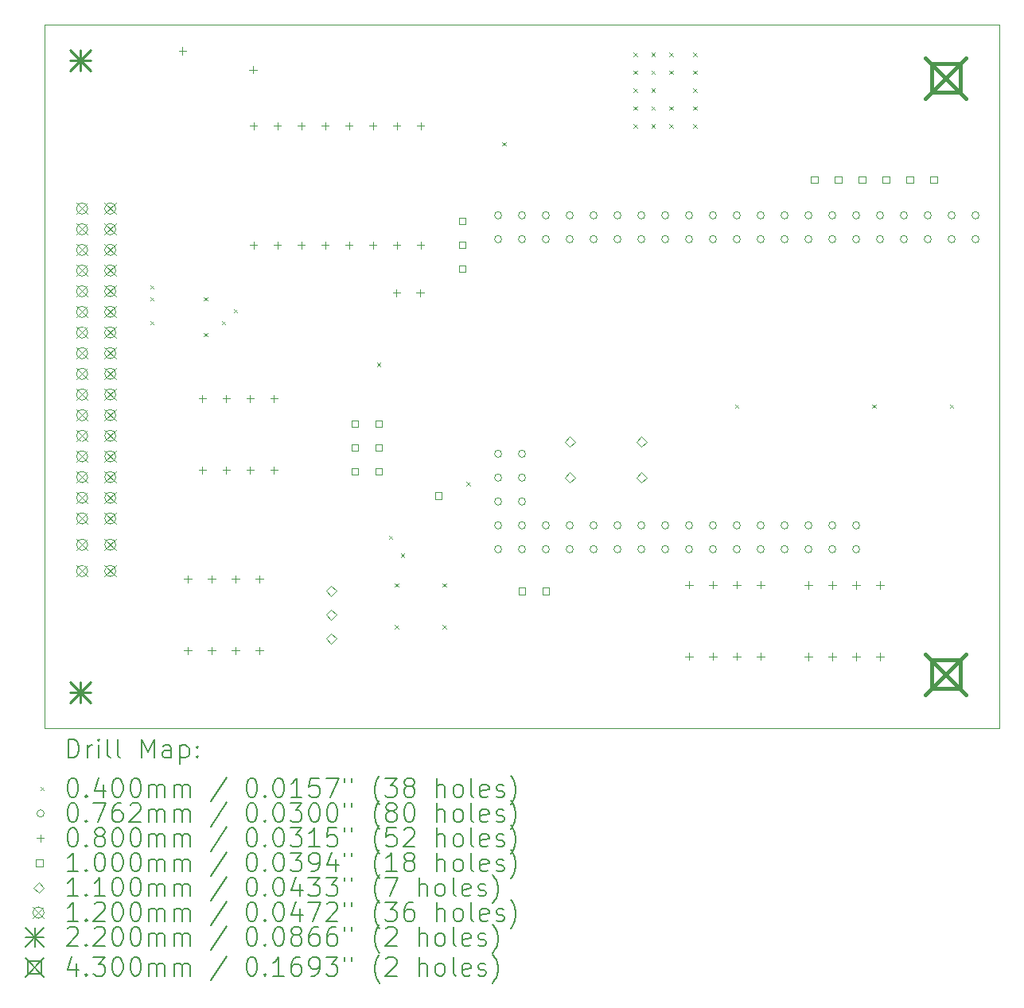
<source format=gbr>
%FSLAX45Y45*%
G04 Gerber Fmt 4.5, Leading zero omitted, Abs format (unit mm)*
G04 Created by KiCad (PCBNEW (6.0.1)) date 2022-02-05 13:29:51*
%MOMM*%
%LPD*%
G01*
G04 APERTURE LIST*
%TA.AperFunction,Profile*%
%ADD10C,0.100000*%
%TD*%
%ADD11C,0.200000*%
%ADD12C,0.040000*%
%ADD13C,0.076200*%
%ADD14C,0.080000*%
%ADD15C,0.100000*%
%ADD16C,0.110000*%
%ADD17C,0.120000*%
%ADD18C,0.220000*%
%ADD19C,0.430000*%
G04 APERTURE END LIST*
D10*
X2603500Y-4000500D02*
X12763500Y-4000500D01*
X12763500Y-4000500D02*
X12763500Y-11493500D01*
X12763500Y-11493500D02*
X2603500Y-11493500D01*
X2603500Y-11493500D02*
X2603500Y-4000500D01*
D11*
D12*
X3726500Y-6774500D02*
X3766500Y-6814500D01*
X3766500Y-6774500D02*
X3726500Y-6814500D01*
X3726500Y-6901500D02*
X3766500Y-6941500D01*
X3766500Y-6901500D02*
X3726500Y-6941500D01*
X3726500Y-7155500D02*
X3766500Y-7195500D01*
X3766500Y-7155500D02*
X3726500Y-7195500D01*
X4298000Y-6901500D02*
X4338000Y-6941500D01*
X4338000Y-6901500D02*
X4298000Y-6941500D01*
X4298000Y-7282500D02*
X4338000Y-7322500D01*
X4338000Y-7282500D02*
X4298000Y-7322500D01*
X4488500Y-7155500D02*
X4528500Y-7195500D01*
X4528500Y-7155500D02*
X4488500Y-7195500D01*
X4615500Y-7028500D02*
X4655500Y-7068500D01*
X4655500Y-7028500D02*
X4615500Y-7068500D01*
X6139500Y-7600000D02*
X6179500Y-7640000D01*
X6179500Y-7600000D02*
X6139500Y-7640000D01*
X6266500Y-9441500D02*
X6306500Y-9481500D01*
X6306500Y-9441500D02*
X6266500Y-9481500D01*
X6330000Y-9949500D02*
X6370000Y-9989500D01*
X6370000Y-9949500D02*
X6330000Y-9989500D01*
X6330000Y-10394000D02*
X6370000Y-10434000D01*
X6370000Y-10394000D02*
X6330000Y-10434000D01*
X6393500Y-9632000D02*
X6433500Y-9672000D01*
X6433500Y-9632000D02*
X6393500Y-9672000D01*
X6838000Y-9949500D02*
X6878000Y-9989500D01*
X6878000Y-9949500D02*
X6838000Y-9989500D01*
X6838000Y-10394000D02*
X6878000Y-10434000D01*
X6878000Y-10394000D02*
X6838000Y-10434000D01*
X7092000Y-8870000D02*
X7132000Y-8910000D01*
X7132000Y-8870000D02*
X7092000Y-8910000D01*
X7473000Y-5250500D02*
X7513000Y-5290500D01*
X7513000Y-5250500D02*
X7473000Y-5290500D01*
X8870000Y-4298000D02*
X8910000Y-4338000D01*
X8910000Y-4298000D02*
X8870000Y-4338000D01*
X8870000Y-4488500D02*
X8910000Y-4528500D01*
X8910000Y-4488500D02*
X8870000Y-4528500D01*
X8870000Y-4679000D02*
X8910000Y-4719000D01*
X8910000Y-4679000D02*
X8870000Y-4719000D01*
X8870000Y-4869500D02*
X8910000Y-4909500D01*
X8910000Y-4869500D02*
X8870000Y-4909500D01*
X8870000Y-5060000D02*
X8910000Y-5100000D01*
X8910000Y-5060000D02*
X8870000Y-5100000D01*
X9060500Y-4298000D02*
X9100500Y-4338000D01*
X9100500Y-4298000D02*
X9060500Y-4338000D01*
X9060500Y-4488500D02*
X9100500Y-4528500D01*
X9100500Y-4488500D02*
X9060500Y-4528500D01*
X9060500Y-4679000D02*
X9100500Y-4719000D01*
X9100500Y-4679000D02*
X9060500Y-4719000D01*
X9060500Y-4869500D02*
X9100500Y-4909500D01*
X9100500Y-4869500D02*
X9060500Y-4909500D01*
X9060500Y-5060000D02*
X9100500Y-5100000D01*
X9100500Y-5060000D02*
X9060500Y-5100000D01*
X9251000Y-4298000D02*
X9291000Y-4338000D01*
X9291000Y-4298000D02*
X9251000Y-4338000D01*
X9251000Y-4488500D02*
X9291000Y-4528500D01*
X9291000Y-4488500D02*
X9251000Y-4528500D01*
X9251000Y-4869500D02*
X9291000Y-4909500D01*
X9291000Y-4869500D02*
X9251000Y-4909500D01*
X9251000Y-5060000D02*
X9291000Y-5100000D01*
X9291000Y-5060000D02*
X9251000Y-5100000D01*
X9505000Y-4298000D02*
X9545000Y-4338000D01*
X9545000Y-4298000D02*
X9505000Y-4338000D01*
X9505000Y-4488500D02*
X9545000Y-4528500D01*
X9545000Y-4488500D02*
X9505000Y-4528500D01*
X9505000Y-4679000D02*
X9545000Y-4719000D01*
X9545000Y-4679000D02*
X9505000Y-4719000D01*
X9505000Y-4869500D02*
X9545000Y-4909500D01*
X9545000Y-4869500D02*
X9505000Y-4909500D01*
X9505000Y-5060000D02*
X9545000Y-5100000D01*
X9545000Y-5060000D02*
X9505000Y-5100000D01*
X9949500Y-8044500D02*
X9989500Y-8084500D01*
X9989500Y-8044500D02*
X9949500Y-8084500D01*
X11410000Y-8044500D02*
X11450000Y-8084500D01*
X11450000Y-8044500D02*
X11410000Y-8084500D01*
X12235500Y-8044500D02*
X12275500Y-8084500D01*
X12275500Y-8044500D02*
X12235500Y-8084500D01*
D13*
X7467600Y-6032500D02*
G75*
G03*
X7467600Y-6032500I-38100J0D01*
G01*
X7467600Y-6286500D02*
G75*
G03*
X7467600Y-6286500I-38100J0D01*
G01*
X7467600Y-8572500D02*
G75*
G03*
X7467600Y-8572500I-38100J0D01*
G01*
X7467600Y-8826500D02*
G75*
G03*
X7467600Y-8826500I-38100J0D01*
G01*
X7467600Y-9080500D02*
G75*
G03*
X7467600Y-9080500I-38100J0D01*
G01*
X7467600Y-9334500D02*
G75*
G03*
X7467600Y-9334500I-38100J0D01*
G01*
X7467600Y-9588500D02*
G75*
G03*
X7467600Y-9588500I-38100J0D01*
G01*
X7721600Y-6032500D02*
G75*
G03*
X7721600Y-6032500I-38100J0D01*
G01*
X7721600Y-6286500D02*
G75*
G03*
X7721600Y-6286500I-38100J0D01*
G01*
X7721600Y-8572500D02*
G75*
G03*
X7721600Y-8572500I-38100J0D01*
G01*
X7721600Y-8826500D02*
G75*
G03*
X7721600Y-8826500I-38100J0D01*
G01*
X7721600Y-9080500D02*
G75*
G03*
X7721600Y-9080500I-38100J0D01*
G01*
X7721600Y-9334500D02*
G75*
G03*
X7721600Y-9334500I-38100J0D01*
G01*
X7721600Y-9588500D02*
G75*
G03*
X7721600Y-9588500I-38100J0D01*
G01*
X7975600Y-6032500D02*
G75*
G03*
X7975600Y-6032500I-38100J0D01*
G01*
X7975600Y-6286500D02*
G75*
G03*
X7975600Y-6286500I-38100J0D01*
G01*
X7975600Y-9334500D02*
G75*
G03*
X7975600Y-9334500I-38100J0D01*
G01*
X7975600Y-9588500D02*
G75*
G03*
X7975600Y-9588500I-38100J0D01*
G01*
X8229600Y-6032500D02*
G75*
G03*
X8229600Y-6032500I-38100J0D01*
G01*
X8229600Y-6286500D02*
G75*
G03*
X8229600Y-6286500I-38100J0D01*
G01*
X8229600Y-9334500D02*
G75*
G03*
X8229600Y-9334500I-38100J0D01*
G01*
X8229600Y-9588500D02*
G75*
G03*
X8229600Y-9588500I-38100J0D01*
G01*
X8483600Y-6032500D02*
G75*
G03*
X8483600Y-6032500I-38100J0D01*
G01*
X8483600Y-6286500D02*
G75*
G03*
X8483600Y-6286500I-38100J0D01*
G01*
X8483600Y-9334500D02*
G75*
G03*
X8483600Y-9334500I-38100J0D01*
G01*
X8483600Y-9588500D02*
G75*
G03*
X8483600Y-9588500I-38100J0D01*
G01*
X8737600Y-6032500D02*
G75*
G03*
X8737600Y-6032500I-38100J0D01*
G01*
X8737600Y-6286500D02*
G75*
G03*
X8737600Y-6286500I-38100J0D01*
G01*
X8737600Y-9334500D02*
G75*
G03*
X8737600Y-9334500I-38100J0D01*
G01*
X8737600Y-9588500D02*
G75*
G03*
X8737600Y-9588500I-38100J0D01*
G01*
X8991600Y-6032500D02*
G75*
G03*
X8991600Y-6032500I-38100J0D01*
G01*
X8991600Y-6286500D02*
G75*
G03*
X8991600Y-6286500I-38100J0D01*
G01*
X8991600Y-9334500D02*
G75*
G03*
X8991600Y-9334500I-38100J0D01*
G01*
X8991600Y-9588500D02*
G75*
G03*
X8991600Y-9588500I-38100J0D01*
G01*
X9245600Y-6032500D02*
G75*
G03*
X9245600Y-6032500I-38100J0D01*
G01*
X9245600Y-6286500D02*
G75*
G03*
X9245600Y-6286500I-38100J0D01*
G01*
X9245600Y-9334500D02*
G75*
G03*
X9245600Y-9334500I-38100J0D01*
G01*
X9245600Y-9588500D02*
G75*
G03*
X9245600Y-9588500I-38100J0D01*
G01*
X9499600Y-6032500D02*
G75*
G03*
X9499600Y-6032500I-38100J0D01*
G01*
X9499600Y-6286500D02*
G75*
G03*
X9499600Y-6286500I-38100J0D01*
G01*
X9499600Y-9334500D02*
G75*
G03*
X9499600Y-9334500I-38100J0D01*
G01*
X9499600Y-9588500D02*
G75*
G03*
X9499600Y-9588500I-38100J0D01*
G01*
X9753600Y-6032500D02*
G75*
G03*
X9753600Y-6032500I-38100J0D01*
G01*
X9753600Y-6286500D02*
G75*
G03*
X9753600Y-6286500I-38100J0D01*
G01*
X9753600Y-9334500D02*
G75*
G03*
X9753600Y-9334500I-38100J0D01*
G01*
X9753600Y-9588500D02*
G75*
G03*
X9753600Y-9588500I-38100J0D01*
G01*
X10007600Y-6032500D02*
G75*
G03*
X10007600Y-6032500I-38100J0D01*
G01*
X10007600Y-6286500D02*
G75*
G03*
X10007600Y-6286500I-38100J0D01*
G01*
X10007600Y-9334500D02*
G75*
G03*
X10007600Y-9334500I-38100J0D01*
G01*
X10007600Y-9588500D02*
G75*
G03*
X10007600Y-9588500I-38100J0D01*
G01*
X10261600Y-6032500D02*
G75*
G03*
X10261600Y-6032500I-38100J0D01*
G01*
X10261600Y-6286500D02*
G75*
G03*
X10261600Y-6286500I-38100J0D01*
G01*
X10261600Y-9334500D02*
G75*
G03*
X10261600Y-9334500I-38100J0D01*
G01*
X10261600Y-9588500D02*
G75*
G03*
X10261600Y-9588500I-38100J0D01*
G01*
X10515600Y-6032500D02*
G75*
G03*
X10515600Y-6032500I-38100J0D01*
G01*
X10515600Y-6286500D02*
G75*
G03*
X10515600Y-6286500I-38100J0D01*
G01*
X10515600Y-9334500D02*
G75*
G03*
X10515600Y-9334500I-38100J0D01*
G01*
X10515600Y-9588500D02*
G75*
G03*
X10515600Y-9588500I-38100J0D01*
G01*
X10769600Y-6032500D02*
G75*
G03*
X10769600Y-6032500I-38100J0D01*
G01*
X10769600Y-6286500D02*
G75*
G03*
X10769600Y-6286500I-38100J0D01*
G01*
X10769600Y-9334500D02*
G75*
G03*
X10769600Y-9334500I-38100J0D01*
G01*
X10769600Y-9588500D02*
G75*
G03*
X10769600Y-9588500I-38100J0D01*
G01*
X11023600Y-6032500D02*
G75*
G03*
X11023600Y-6032500I-38100J0D01*
G01*
X11023600Y-6286500D02*
G75*
G03*
X11023600Y-6286500I-38100J0D01*
G01*
X11023600Y-9334500D02*
G75*
G03*
X11023600Y-9334500I-38100J0D01*
G01*
X11023600Y-9588500D02*
G75*
G03*
X11023600Y-9588500I-38100J0D01*
G01*
X11277600Y-6032500D02*
G75*
G03*
X11277600Y-6032500I-38100J0D01*
G01*
X11277600Y-6286500D02*
G75*
G03*
X11277600Y-6286500I-38100J0D01*
G01*
X11277600Y-9334500D02*
G75*
G03*
X11277600Y-9334500I-38100J0D01*
G01*
X11277600Y-9588500D02*
G75*
G03*
X11277600Y-9588500I-38100J0D01*
G01*
X11531600Y-6032500D02*
G75*
G03*
X11531600Y-6032500I-38100J0D01*
G01*
X11531600Y-6286500D02*
G75*
G03*
X11531600Y-6286500I-38100J0D01*
G01*
X11785600Y-6032500D02*
G75*
G03*
X11785600Y-6032500I-38100J0D01*
G01*
X11785600Y-6286500D02*
G75*
G03*
X11785600Y-6286500I-38100J0D01*
G01*
X12039600Y-6032500D02*
G75*
G03*
X12039600Y-6032500I-38100J0D01*
G01*
X12039600Y-6286500D02*
G75*
G03*
X12039600Y-6286500I-38100J0D01*
G01*
X12293600Y-6032500D02*
G75*
G03*
X12293600Y-6032500I-38100J0D01*
G01*
X12293600Y-6286500D02*
G75*
G03*
X12293600Y-6286500I-38100J0D01*
G01*
X12547600Y-6032500D02*
G75*
G03*
X12547600Y-6032500I-38100J0D01*
G01*
X12547600Y-6286500D02*
G75*
G03*
X12547600Y-6286500I-38100J0D01*
G01*
D14*
X4070000Y-4241500D02*
X4070000Y-4321500D01*
X4030000Y-4281500D02*
X4110000Y-4281500D01*
X4127500Y-9866000D02*
X4127500Y-9946000D01*
X4087500Y-9906000D02*
X4167500Y-9906000D01*
X4127500Y-10628000D02*
X4127500Y-10708000D01*
X4087500Y-10668000D02*
X4167500Y-10668000D01*
X4282500Y-7943951D02*
X4282500Y-8023951D01*
X4242500Y-7983951D02*
X4322500Y-7983951D01*
X4282500Y-8705951D02*
X4282500Y-8785951D01*
X4242500Y-8745951D02*
X4322500Y-8745951D01*
X4381500Y-9866000D02*
X4381500Y-9946000D01*
X4341500Y-9906000D02*
X4421500Y-9906000D01*
X4381500Y-10628000D02*
X4381500Y-10708000D01*
X4341500Y-10668000D02*
X4421500Y-10668000D01*
X4536500Y-7943951D02*
X4536500Y-8023951D01*
X4496500Y-7983951D02*
X4576500Y-7983951D01*
X4536500Y-8705951D02*
X4536500Y-8785951D01*
X4496500Y-8745951D02*
X4576500Y-8745951D01*
X4635500Y-9866000D02*
X4635500Y-9946000D01*
X4595500Y-9906000D02*
X4675500Y-9906000D01*
X4635500Y-10628000D02*
X4635500Y-10708000D01*
X4595500Y-10668000D02*
X4675500Y-10668000D01*
X4790500Y-7943951D02*
X4790500Y-8023951D01*
X4750500Y-7983951D02*
X4830500Y-7983951D01*
X4790500Y-8705951D02*
X4790500Y-8785951D01*
X4750500Y-8745951D02*
X4830500Y-8745951D01*
X4820000Y-4441500D02*
X4820000Y-4521500D01*
X4780000Y-4481500D02*
X4860000Y-4481500D01*
X4826000Y-5039000D02*
X4826000Y-5119000D01*
X4786000Y-5079000D02*
X4866000Y-5079000D01*
X4826000Y-6309000D02*
X4826000Y-6389000D01*
X4786000Y-6349000D02*
X4866000Y-6349000D01*
X4889500Y-9866000D02*
X4889500Y-9946000D01*
X4849500Y-9906000D02*
X4929500Y-9906000D01*
X4889500Y-10628000D02*
X4889500Y-10708000D01*
X4849500Y-10668000D02*
X4929500Y-10668000D01*
X5044500Y-7943951D02*
X5044500Y-8023951D01*
X5004500Y-7983951D02*
X5084500Y-7983951D01*
X5044500Y-8705951D02*
X5044500Y-8785951D01*
X5004500Y-8745951D02*
X5084500Y-8745951D01*
X5080000Y-5039000D02*
X5080000Y-5119000D01*
X5040000Y-5079000D02*
X5120000Y-5079000D01*
X5080000Y-6309000D02*
X5080000Y-6389000D01*
X5040000Y-6349000D02*
X5120000Y-6349000D01*
X5334000Y-5039000D02*
X5334000Y-5119000D01*
X5294000Y-5079000D02*
X5374000Y-5079000D01*
X5334000Y-6309000D02*
X5334000Y-6389000D01*
X5294000Y-6349000D02*
X5374000Y-6349000D01*
X5588000Y-5039000D02*
X5588000Y-5119000D01*
X5548000Y-5079000D02*
X5628000Y-5079000D01*
X5588000Y-6309000D02*
X5588000Y-6389000D01*
X5548000Y-6349000D02*
X5628000Y-6349000D01*
X5842000Y-5039000D02*
X5842000Y-5119000D01*
X5802000Y-5079000D02*
X5882000Y-5079000D01*
X5842000Y-6309000D02*
X5842000Y-6389000D01*
X5802000Y-6349000D02*
X5882000Y-6349000D01*
X6096000Y-5039000D02*
X6096000Y-5119000D01*
X6056000Y-5079000D02*
X6136000Y-5079000D01*
X6096000Y-6309000D02*
X6096000Y-6389000D01*
X6056000Y-6349000D02*
X6136000Y-6349000D01*
X6347511Y-6818000D02*
X6347511Y-6898000D01*
X6307511Y-6858000D02*
X6387511Y-6858000D01*
X6350000Y-5039000D02*
X6350000Y-5119000D01*
X6310000Y-5079000D02*
X6390000Y-5079000D01*
X6350000Y-6309000D02*
X6350000Y-6389000D01*
X6310000Y-6349000D02*
X6390000Y-6349000D01*
X6597511Y-6818000D02*
X6597511Y-6898000D01*
X6557511Y-6858000D02*
X6637511Y-6858000D01*
X6604000Y-5039000D02*
X6604000Y-5119000D01*
X6564000Y-5079000D02*
X6644000Y-5079000D01*
X6604000Y-6309000D02*
X6604000Y-6389000D01*
X6564000Y-6349000D02*
X6644000Y-6349000D01*
X9462500Y-9928500D02*
X9462500Y-10008500D01*
X9422500Y-9968500D02*
X9502500Y-9968500D01*
X9462500Y-10690500D02*
X9462500Y-10770500D01*
X9422500Y-10730500D02*
X9502500Y-10730500D01*
X9716500Y-9928500D02*
X9716500Y-10008500D01*
X9676500Y-9968500D02*
X9756500Y-9968500D01*
X9716500Y-10690500D02*
X9716500Y-10770500D01*
X9676500Y-10730500D02*
X9756500Y-10730500D01*
X9970500Y-9928500D02*
X9970500Y-10008500D01*
X9930500Y-9968500D02*
X10010500Y-9968500D01*
X9970500Y-10690500D02*
X9970500Y-10770500D01*
X9930500Y-10730500D02*
X10010500Y-10730500D01*
X10224500Y-9928500D02*
X10224500Y-10008500D01*
X10184500Y-9968500D02*
X10264500Y-9968500D01*
X10224500Y-10690500D02*
X10224500Y-10770500D01*
X10184500Y-10730500D02*
X10264500Y-10730500D01*
X10730500Y-9930500D02*
X10730500Y-10010500D01*
X10690500Y-9970500D02*
X10770500Y-9970500D01*
X10730500Y-10692500D02*
X10730500Y-10772500D01*
X10690500Y-10732500D02*
X10770500Y-10732500D01*
X10984500Y-9930500D02*
X10984500Y-10010500D01*
X10944500Y-9970500D02*
X11024500Y-9970500D01*
X10984500Y-10692500D02*
X10984500Y-10772500D01*
X10944500Y-10732500D02*
X11024500Y-10732500D01*
X11238500Y-9930500D02*
X11238500Y-10010500D01*
X11198500Y-9970500D02*
X11278500Y-9970500D01*
X11238500Y-10692500D02*
X11238500Y-10772500D01*
X11198500Y-10732500D02*
X11278500Y-10732500D01*
X11492500Y-9930500D02*
X11492500Y-10010500D01*
X11452500Y-9970500D02*
X11532500Y-9970500D01*
X11492500Y-10692500D02*
X11492500Y-10772500D01*
X11452500Y-10732500D02*
X11532500Y-10732500D01*
D15*
X5941356Y-8288856D02*
X5941356Y-8218144D01*
X5870644Y-8218144D01*
X5870644Y-8288856D01*
X5941356Y-8288856D01*
X5941356Y-8542856D02*
X5941356Y-8472144D01*
X5870644Y-8472144D01*
X5870644Y-8542856D01*
X5941356Y-8542856D01*
X5941356Y-8796856D02*
X5941356Y-8726144D01*
X5870644Y-8726144D01*
X5870644Y-8796856D01*
X5941356Y-8796856D01*
X6195356Y-8288856D02*
X6195356Y-8218144D01*
X6124644Y-8218144D01*
X6124644Y-8288856D01*
X6195356Y-8288856D01*
X6195356Y-8542856D02*
X6195356Y-8472144D01*
X6124644Y-8472144D01*
X6124644Y-8542856D01*
X6195356Y-8542856D01*
X6195356Y-8796856D02*
X6195356Y-8726144D01*
X6124644Y-8726144D01*
X6124644Y-8796856D01*
X6195356Y-8796856D01*
X6829856Y-9052356D02*
X6829856Y-8981644D01*
X6759144Y-8981644D01*
X6759144Y-9052356D01*
X6829856Y-9052356D01*
X7083856Y-6129856D02*
X7083856Y-6059144D01*
X7013144Y-6059144D01*
X7013144Y-6129856D01*
X7083856Y-6129856D01*
X7083856Y-6383856D02*
X7083856Y-6313144D01*
X7013144Y-6313144D01*
X7013144Y-6383856D01*
X7083856Y-6383856D01*
X7083856Y-6637856D02*
X7083856Y-6567144D01*
X7013144Y-6567144D01*
X7013144Y-6637856D01*
X7083856Y-6637856D01*
X7718856Y-10068356D02*
X7718856Y-9997644D01*
X7648144Y-9997644D01*
X7648144Y-10068356D01*
X7718856Y-10068356D01*
X7972856Y-10068356D02*
X7972856Y-9997644D01*
X7902144Y-9997644D01*
X7902144Y-10068356D01*
X7972856Y-10068356D01*
X10830356Y-5686856D02*
X10830356Y-5616144D01*
X10759644Y-5616144D01*
X10759644Y-5686856D01*
X10830356Y-5686856D01*
X11084356Y-5686856D02*
X11084356Y-5616144D01*
X11013644Y-5616144D01*
X11013644Y-5686856D01*
X11084356Y-5686856D01*
X11338356Y-5686856D02*
X11338356Y-5616144D01*
X11267644Y-5616144D01*
X11267644Y-5686856D01*
X11338356Y-5686856D01*
X11592356Y-5686856D02*
X11592356Y-5616144D01*
X11521644Y-5616144D01*
X11521644Y-5686856D01*
X11592356Y-5686856D01*
X11846356Y-5686856D02*
X11846356Y-5616144D01*
X11775644Y-5616144D01*
X11775644Y-5686856D01*
X11846356Y-5686856D01*
X12100356Y-5686856D02*
X12100356Y-5616144D01*
X12029644Y-5616144D01*
X12029644Y-5686856D01*
X12100356Y-5686856D01*
D16*
X5651500Y-10088000D02*
X5706500Y-10033000D01*
X5651500Y-9978000D01*
X5596500Y-10033000D01*
X5651500Y-10088000D01*
X5651500Y-10342000D02*
X5706500Y-10287000D01*
X5651500Y-10232000D01*
X5596500Y-10287000D01*
X5651500Y-10342000D01*
X5651500Y-10596000D02*
X5706500Y-10541000D01*
X5651500Y-10486000D01*
X5596500Y-10541000D01*
X5651500Y-10596000D01*
X8191500Y-8500500D02*
X8246500Y-8445500D01*
X8191500Y-8390500D01*
X8136500Y-8445500D01*
X8191500Y-8500500D01*
X8191500Y-8881500D02*
X8246500Y-8826500D01*
X8191500Y-8771500D01*
X8136500Y-8826500D01*
X8191500Y-8881500D01*
X8953500Y-8500500D02*
X9008500Y-8445500D01*
X8953500Y-8390500D01*
X8898500Y-8445500D01*
X8953500Y-8500500D01*
X8953500Y-8881500D02*
X9008500Y-8826500D01*
X8953500Y-8771500D01*
X8898500Y-8826500D01*
X8953500Y-8881500D01*
D17*
X2942000Y-5900000D02*
X3062000Y-6020000D01*
X3062000Y-5900000D02*
X2942000Y-6020000D01*
X3062000Y-5960000D02*
G75*
G03*
X3062000Y-5960000I-60000J0D01*
G01*
X2942000Y-6120000D02*
X3062000Y-6240000D01*
X3062000Y-6120000D02*
X2942000Y-6240000D01*
X3062000Y-6180000D02*
G75*
G03*
X3062000Y-6180000I-60000J0D01*
G01*
X2942000Y-6340000D02*
X3062000Y-6460000D01*
X3062000Y-6340000D02*
X2942000Y-6460000D01*
X3062000Y-6400000D02*
G75*
G03*
X3062000Y-6400000I-60000J0D01*
G01*
X2942000Y-6560000D02*
X3062000Y-6680000D01*
X3062000Y-6560000D02*
X2942000Y-6680000D01*
X3062000Y-6620000D02*
G75*
G03*
X3062000Y-6620000I-60000J0D01*
G01*
X2942000Y-6780000D02*
X3062000Y-6900000D01*
X3062000Y-6780000D02*
X2942000Y-6900000D01*
X3062000Y-6840000D02*
G75*
G03*
X3062000Y-6840000I-60000J0D01*
G01*
X2942000Y-7000000D02*
X3062000Y-7120000D01*
X3062000Y-7000000D02*
X2942000Y-7120000D01*
X3062000Y-7060000D02*
G75*
G03*
X3062000Y-7060000I-60000J0D01*
G01*
X2942000Y-7220000D02*
X3062000Y-7340000D01*
X3062000Y-7220000D02*
X2942000Y-7340000D01*
X3062000Y-7280000D02*
G75*
G03*
X3062000Y-7280000I-60000J0D01*
G01*
X2942000Y-7440000D02*
X3062000Y-7560000D01*
X3062000Y-7440000D02*
X2942000Y-7560000D01*
X3062000Y-7500000D02*
G75*
G03*
X3062000Y-7500000I-60000J0D01*
G01*
X2942000Y-7660000D02*
X3062000Y-7780000D01*
X3062000Y-7660000D02*
X2942000Y-7780000D01*
X3062000Y-7720000D02*
G75*
G03*
X3062000Y-7720000I-60000J0D01*
G01*
X2942000Y-7880000D02*
X3062000Y-8000000D01*
X3062000Y-7880000D02*
X2942000Y-8000000D01*
X3062000Y-7940000D02*
G75*
G03*
X3062000Y-7940000I-60000J0D01*
G01*
X2942000Y-8100000D02*
X3062000Y-8220000D01*
X3062000Y-8100000D02*
X2942000Y-8220000D01*
X3062000Y-8160000D02*
G75*
G03*
X3062000Y-8160000I-60000J0D01*
G01*
X2942000Y-8320000D02*
X3062000Y-8440000D01*
X3062000Y-8320000D02*
X2942000Y-8440000D01*
X3062000Y-8380000D02*
G75*
G03*
X3062000Y-8380000I-60000J0D01*
G01*
X2942000Y-8540000D02*
X3062000Y-8660000D01*
X3062000Y-8540000D02*
X2942000Y-8660000D01*
X3062000Y-8600000D02*
G75*
G03*
X3062000Y-8600000I-60000J0D01*
G01*
X2942000Y-8760000D02*
X3062000Y-8880000D01*
X3062000Y-8760000D02*
X2942000Y-8880000D01*
X3062000Y-8820000D02*
G75*
G03*
X3062000Y-8820000I-60000J0D01*
G01*
X2942000Y-8980000D02*
X3062000Y-9100000D01*
X3062000Y-8980000D02*
X2942000Y-9100000D01*
X3062000Y-9040000D02*
G75*
G03*
X3062000Y-9040000I-60000J0D01*
G01*
X2942000Y-9200000D02*
X3062000Y-9320000D01*
X3062000Y-9200000D02*
X2942000Y-9320000D01*
X3062000Y-9260000D02*
G75*
G03*
X3062000Y-9260000I-60000J0D01*
G01*
X2942000Y-9480000D02*
X3062000Y-9600000D01*
X3062000Y-9480000D02*
X2942000Y-9600000D01*
X3062000Y-9540000D02*
G75*
G03*
X3062000Y-9540000I-60000J0D01*
G01*
X2942000Y-9760000D02*
X3062000Y-9880000D01*
X3062000Y-9760000D02*
X2942000Y-9880000D01*
X3062000Y-9820000D02*
G75*
G03*
X3062000Y-9820000I-60000J0D01*
G01*
X3242000Y-5900000D02*
X3362000Y-6020000D01*
X3362000Y-5900000D02*
X3242000Y-6020000D01*
X3362000Y-5960000D02*
G75*
G03*
X3362000Y-5960000I-60000J0D01*
G01*
X3242000Y-6120000D02*
X3362000Y-6240000D01*
X3362000Y-6120000D02*
X3242000Y-6240000D01*
X3362000Y-6180000D02*
G75*
G03*
X3362000Y-6180000I-60000J0D01*
G01*
X3242000Y-6340000D02*
X3362000Y-6460000D01*
X3362000Y-6340000D02*
X3242000Y-6460000D01*
X3362000Y-6400000D02*
G75*
G03*
X3362000Y-6400000I-60000J0D01*
G01*
X3242000Y-6560000D02*
X3362000Y-6680000D01*
X3362000Y-6560000D02*
X3242000Y-6680000D01*
X3362000Y-6620000D02*
G75*
G03*
X3362000Y-6620000I-60000J0D01*
G01*
X3242000Y-6780000D02*
X3362000Y-6900000D01*
X3362000Y-6780000D02*
X3242000Y-6900000D01*
X3362000Y-6840000D02*
G75*
G03*
X3362000Y-6840000I-60000J0D01*
G01*
X3242000Y-7000000D02*
X3362000Y-7120000D01*
X3362000Y-7000000D02*
X3242000Y-7120000D01*
X3362000Y-7060000D02*
G75*
G03*
X3362000Y-7060000I-60000J0D01*
G01*
X3242000Y-7220000D02*
X3362000Y-7340000D01*
X3362000Y-7220000D02*
X3242000Y-7340000D01*
X3362000Y-7280000D02*
G75*
G03*
X3362000Y-7280000I-60000J0D01*
G01*
X3242000Y-7440000D02*
X3362000Y-7560000D01*
X3362000Y-7440000D02*
X3242000Y-7560000D01*
X3362000Y-7500000D02*
G75*
G03*
X3362000Y-7500000I-60000J0D01*
G01*
X3242000Y-7660000D02*
X3362000Y-7780000D01*
X3362000Y-7660000D02*
X3242000Y-7780000D01*
X3362000Y-7720000D02*
G75*
G03*
X3362000Y-7720000I-60000J0D01*
G01*
X3242000Y-7880000D02*
X3362000Y-8000000D01*
X3362000Y-7880000D02*
X3242000Y-8000000D01*
X3362000Y-7940000D02*
G75*
G03*
X3362000Y-7940000I-60000J0D01*
G01*
X3242000Y-8100000D02*
X3362000Y-8220000D01*
X3362000Y-8100000D02*
X3242000Y-8220000D01*
X3362000Y-8160000D02*
G75*
G03*
X3362000Y-8160000I-60000J0D01*
G01*
X3242000Y-8320000D02*
X3362000Y-8440000D01*
X3362000Y-8320000D02*
X3242000Y-8440000D01*
X3362000Y-8380000D02*
G75*
G03*
X3362000Y-8380000I-60000J0D01*
G01*
X3242000Y-8540000D02*
X3362000Y-8660000D01*
X3362000Y-8540000D02*
X3242000Y-8660000D01*
X3362000Y-8600000D02*
G75*
G03*
X3362000Y-8600000I-60000J0D01*
G01*
X3242000Y-8760000D02*
X3362000Y-8880000D01*
X3362000Y-8760000D02*
X3242000Y-8880000D01*
X3362000Y-8820000D02*
G75*
G03*
X3362000Y-8820000I-60000J0D01*
G01*
X3242000Y-8980000D02*
X3362000Y-9100000D01*
X3362000Y-8980000D02*
X3242000Y-9100000D01*
X3362000Y-9040000D02*
G75*
G03*
X3362000Y-9040000I-60000J0D01*
G01*
X3242000Y-9200000D02*
X3362000Y-9320000D01*
X3362000Y-9200000D02*
X3242000Y-9320000D01*
X3362000Y-9260000D02*
G75*
G03*
X3362000Y-9260000I-60000J0D01*
G01*
X3242000Y-9480000D02*
X3362000Y-9600000D01*
X3362000Y-9480000D02*
X3242000Y-9600000D01*
X3362000Y-9540000D02*
G75*
G03*
X3362000Y-9540000I-60000J0D01*
G01*
X3242000Y-9760000D02*
X3362000Y-9880000D01*
X3362000Y-9760000D02*
X3242000Y-9880000D01*
X3362000Y-9820000D02*
G75*
G03*
X3362000Y-9820000I-60000J0D01*
G01*
D18*
X2874500Y-4271500D02*
X3094500Y-4491500D01*
X3094500Y-4271500D02*
X2874500Y-4491500D01*
X2984500Y-4271500D02*
X2984500Y-4491500D01*
X2874500Y-4381500D02*
X3094500Y-4381500D01*
X2874500Y-11002500D02*
X3094500Y-11222500D01*
X3094500Y-11002500D02*
X2874500Y-11222500D01*
X2984500Y-11002500D02*
X2984500Y-11222500D01*
X2874500Y-11112500D02*
X3094500Y-11112500D01*
D19*
X11977000Y-4357000D02*
X12407000Y-4787000D01*
X12407000Y-4357000D02*
X11977000Y-4787000D01*
X12344029Y-4724029D02*
X12344029Y-4419971D01*
X12039971Y-4419971D01*
X12039971Y-4724029D01*
X12344029Y-4724029D01*
X11977000Y-10707000D02*
X12407000Y-11137000D01*
X12407000Y-10707000D02*
X11977000Y-11137000D01*
X12344029Y-11074029D02*
X12344029Y-10769971D01*
X12039971Y-10769971D01*
X12039971Y-11074029D01*
X12344029Y-11074029D01*
D11*
X2856119Y-11808976D02*
X2856119Y-11608976D01*
X2903738Y-11608976D01*
X2932309Y-11618500D01*
X2951357Y-11637548D01*
X2960881Y-11656595D01*
X2970405Y-11694690D01*
X2970405Y-11723262D01*
X2960881Y-11761357D01*
X2951357Y-11780405D01*
X2932309Y-11799452D01*
X2903738Y-11808976D01*
X2856119Y-11808976D01*
X3056119Y-11808976D02*
X3056119Y-11675643D01*
X3056119Y-11713738D02*
X3065643Y-11694690D01*
X3075167Y-11685167D01*
X3094214Y-11675643D01*
X3113262Y-11675643D01*
X3179928Y-11808976D02*
X3179928Y-11675643D01*
X3179928Y-11608976D02*
X3170405Y-11618500D01*
X3179928Y-11628024D01*
X3189452Y-11618500D01*
X3179928Y-11608976D01*
X3179928Y-11628024D01*
X3303738Y-11808976D02*
X3284690Y-11799452D01*
X3275167Y-11780405D01*
X3275167Y-11608976D01*
X3408500Y-11808976D02*
X3389452Y-11799452D01*
X3379928Y-11780405D01*
X3379928Y-11608976D01*
X3637071Y-11808976D02*
X3637071Y-11608976D01*
X3703738Y-11751833D01*
X3770405Y-11608976D01*
X3770405Y-11808976D01*
X3951357Y-11808976D02*
X3951357Y-11704214D01*
X3941833Y-11685167D01*
X3922786Y-11675643D01*
X3884690Y-11675643D01*
X3865643Y-11685167D01*
X3951357Y-11799452D02*
X3932309Y-11808976D01*
X3884690Y-11808976D01*
X3865643Y-11799452D01*
X3856119Y-11780405D01*
X3856119Y-11761357D01*
X3865643Y-11742309D01*
X3884690Y-11732786D01*
X3932309Y-11732786D01*
X3951357Y-11723262D01*
X4046595Y-11675643D02*
X4046595Y-11875643D01*
X4046595Y-11685167D02*
X4065643Y-11675643D01*
X4103738Y-11675643D01*
X4122786Y-11685167D01*
X4132309Y-11694690D01*
X4141833Y-11713738D01*
X4141833Y-11770881D01*
X4132309Y-11789928D01*
X4122786Y-11799452D01*
X4103738Y-11808976D01*
X4065643Y-11808976D01*
X4046595Y-11799452D01*
X4227548Y-11789928D02*
X4237071Y-11799452D01*
X4227548Y-11808976D01*
X4218024Y-11799452D01*
X4227548Y-11789928D01*
X4227548Y-11808976D01*
X4227548Y-11685167D02*
X4237071Y-11694690D01*
X4227548Y-11704214D01*
X4218024Y-11694690D01*
X4227548Y-11685167D01*
X4227548Y-11704214D01*
D12*
X2558500Y-12118500D02*
X2598500Y-12158500D01*
X2598500Y-12118500D02*
X2558500Y-12158500D01*
D11*
X2894214Y-12028976D02*
X2913262Y-12028976D01*
X2932309Y-12038500D01*
X2941833Y-12048024D01*
X2951357Y-12067071D01*
X2960881Y-12105167D01*
X2960881Y-12152786D01*
X2951357Y-12190881D01*
X2941833Y-12209928D01*
X2932309Y-12219452D01*
X2913262Y-12228976D01*
X2894214Y-12228976D01*
X2875167Y-12219452D01*
X2865643Y-12209928D01*
X2856119Y-12190881D01*
X2846595Y-12152786D01*
X2846595Y-12105167D01*
X2856119Y-12067071D01*
X2865643Y-12048024D01*
X2875167Y-12038500D01*
X2894214Y-12028976D01*
X3046595Y-12209928D02*
X3056119Y-12219452D01*
X3046595Y-12228976D01*
X3037071Y-12219452D01*
X3046595Y-12209928D01*
X3046595Y-12228976D01*
X3227548Y-12095643D02*
X3227548Y-12228976D01*
X3179928Y-12019452D02*
X3132309Y-12162309D01*
X3256119Y-12162309D01*
X3370405Y-12028976D02*
X3389452Y-12028976D01*
X3408500Y-12038500D01*
X3418024Y-12048024D01*
X3427548Y-12067071D01*
X3437071Y-12105167D01*
X3437071Y-12152786D01*
X3427548Y-12190881D01*
X3418024Y-12209928D01*
X3408500Y-12219452D01*
X3389452Y-12228976D01*
X3370405Y-12228976D01*
X3351357Y-12219452D01*
X3341833Y-12209928D01*
X3332309Y-12190881D01*
X3322786Y-12152786D01*
X3322786Y-12105167D01*
X3332309Y-12067071D01*
X3341833Y-12048024D01*
X3351357Y-12038500D01*
X3370405Y-12028976D01*
X3560881Y-12028976D02*
X3579928Y-12028976D01*
X3598976Y-12038500D01*
X3608500Y-12048024D01*
X3618024Y-12067071D01*
X3627548Y-12105167D01*
X3627548Y-12152786D01*
X3618024Y-12190881D01*
X3608500Y-12209928D01*
X3598976Y-12219452D01*
X3579928Y-12228976D01*
X3560881Y-12228976D01*
X3541833Y-12219452D01*
X3532309Y-12209928D01*
X3522786Y-12190881D01*
X3513262Y-12152786D01*
X3513262Y-12105167D01*
X3522786Y-12067071D01*
X3532309Y-12048024D01*
X3541833Y-12038500D01*
X3560881Y-12028976D01*
X3713262Y-12228976D02*
X3713262Y-12095643D01*
X3713262Y-12114690D02*
X3722786Y-12105167D01*
X3741833Y-12095643D01*
X3770405Y-12095643D01*
X3789452Y-12105167D01*
X3798976Y-12124214D01*
X3798976Y-12228976D01*
X3798976Y-12124214D02*
X3808500Y-12105167D01*
X3827548Y-12095643D01*
X3856119Y-12095643D01*
X3875167Y-12105167D01*
X3884690Y-12124214D01*
X3884690Y-12228976D01*
X3979928Y-12228976D02*
X3979928Y-12095643D01*
X3979928Y-12114690D02*
X3989452Y-12105167D01*
X4008500Y-12095643D01*
X4037071Y-12095643D01*
X4056119Y-12105167D01*
X4065643Y-12124214D01*
X4065643Y-12228976D01*
X4065643Y-12124214D02*
X4075167Y-12105167D01*
X4094214Y-12095643D01*
X4122786Y-12095643D01*
X4141833Y-12105167D01*
X4151357Y-12124214D01*
X4151357Y-12228976D01*
X4541833Y-12019452D02*
X4370405Y-12276595D01*
X4798976Y-12028976D02*
X4818024Y-12028976D01*
X4837071Y-12038500D01*
X4846595Y-12048024D01*
X4856119Y-12067071D01*
X4865643Y-12105167D01*
X4865643Y-12152786D01*
X4856119Y-12190881D01*
X4846595Y-12209928D01*
X4837071Y-12219452D01*
X4818024Y-12228976D01*
X4798976Y-12228976D01*
X4779929Y-12219452D01*
X4770405Y-12209928D01*
X4760881Y-12190881D01*
X4751357Y-12152786D01*
X4751357Y-12105167D01*
X4760881Y-12067071D01*
X4770405Y-12048024D01*
X4779929Y-12038500D01*
X4798976Y-12028976D01*
X4951357Y-12209928D02*
X4960881Y-12219452D01*
X4951357Y-12228976D01*
X4941833Y-12219452D01*
X4951357Y-12209928D01*
X4951357Y-12228976D01*
X5084690Y-12028976D02*
X5103738Y-12028976D01*
X5122786Y-12038500D01*
X5132310Y-12048024D01*
X5141833Y-12067071D01*
X5151357Y-12105167D01*
X5151357Y-12152786D01*
X5141833Y-12190881D01*
X5132310Y-12209928D01*
X5122786Y-12219452D01*
X5103738Y-12228976D01*
X5084690Y-12228976D01*
X5065643Y-12219452D01*
X5056119Y-12209928D01*
X5046595Y-12190881D01*
X5037071Y-12152786D01*
X5037071Y-12105167D01*
X5046595Y-12067071D01*
X5056119Y-12048024D01*
X5065643Y-12038500D01*
X5084690Y-12028976D01*
X5341833Y-12228976D02*
X5227548Y-12228976D01*
X5284690Y-12228976D02*
X5284690Y-12028976D01*
X5265643Y-12057548D01*
X5246595Y-12076595D01*
X5227548Y-12086119D01*
X5522786Y-12028976D02*
X5427548Y-12028976D01*
X5418024Y-12124214D01*
X5427548Y-12114690D01*
X5446595Y-12105167D01*
X5494214Y-12105167D01*
X5513262Y-12114690D01*
X5522786Y-12124214D01*
X5532310Y-12143262D01*
X5532310Y-12190881D01*
X5522786Y-12209928D01*
X5513262Y-12219452D01*
X5494214Y-12228976D01*
X5446595Y-12228976D01*
X5427548Y-12219452D01*
X5418024Y-12209928D01*
X5598976Y-12028976D02*
X5732309Y-12028976D01*
X5646595Y-12228976D01*
X5798976Y-12028976D02*
X5798976Y-12067071D01*
X5875167Y-12028976D02*
X5875167Y-12067071D01*
X6170405Y-12305167D02*
X6160881Y-12295643D01*
X6141833Y-12267071D01*
X6132309Y-12248024D01*
X6122786Y-12219452D01*
X6113262Y-12171833D01*
X6113262Y-12133738D01*
X6122786Y-12086119D01*
X6132309Y-12057548D01*
X6141833Y-12038500D01*
X6160881Y-12009928D01*
X6170405Y-12000405D01*
X6227548Y-12028976D02*
X6351357Y-12028976D01*
X6284690Y-12105167D01*
X6313262Y-12105167D01*
X6332309Y-12114690D01*
X6341833Y-12124214D01*
X6351357Y-12143262D01*
X6351357Y-12190881D01*
X6341833Y-12209928D01*
X6332309Y-12219452D01*
X6313262Y-12228976D01*
X6256119Y-12228976D01*
X6237071Y-12219452D01*
X6227548Y-12209928D01*
X6465643Y-12114690D02*
X6446595Y-12105167D01*
X6437071Y-12095643D01*
X6427548Y-12076595D01*
X6427548Y-12067071D01*
X6437071Y-12048024D01*
X6446595Y-12038500D01*
X6465643Y-12028976D01*
X6503738Y-12028976D01*
X6522786Y-12038500D01*
X6532309Y-12048024D01*
X6541833Y-12067071D01*
X6541833Y-12076595D01*
X6532309Y-12095643D01*
X6522786Y-12105167D01*
X6503738Y-12114690D01*
X6465643Y-12114690D01*
X6446595Y-12124214D01*
X6437071Y-12133738D01*
X6427548Y-12152786D01*
X6427548Y-12190881D01*
X6437071Y-12209928D01*
X6446595Y-12219452D01*
X6465643Y-12228976D01*
X6503738Y-12228976D01*
X6522786Y-12219452D01*
X6532309Y-12209928D01*
X6541833Y-12190881D01*
X6541833Y-12152786D01*
X6532309Y-12133738D01*
X6522786Y-12124214D01*
X6503738Y-12114690D01*
X6779928Y-12228976D02*
X6779928Y-12028976D01*
X6865643Y-12228976D02*
X6865643Y-12124214D01*
X6856119Y-12105167D01*
X6837071Y-12095643D01*
X6808500Y-12095643D01*
X6789452Y-12105167D01*
X6779928Y-12114690D01*
X6989452Y-12228976D02*
X6970405Y-12219452D01*
X6960881Y-12209928D01*
X6951357Y-12190881D01*
X6951357Y-12133738D01*
X6960881Y-12114690D01*
X6970405Y-12105167D01*
X6989452Y-12095643D01*
X7018024Y-12095643D01*
X7037071Y-12105167D01*
X7046595Y-12114690D01*
X7056119Y-12133738D01*
X7056119Y-12190881D01*
X7046595Y-12209928D01*
X7037071Y-12219452D01*
X7018024Y-12228976D01*
X6989452Y-12228976D01*
X7170405Y-12228976D02*
X7151357Y-12219452D01*
X7141833Y-12200405D01*
X7141833Y-12028976D01*
X7322786Y-12219452D02*
X7303738Y-12228976D01*
X7265643Y-12228976D01*
X7246595Y-12219452D01*
X7237071Y-12200405D01*
X7237071Y-12124214D01*
X7246595Y-12105167D01*
X7265643Y-12095643D01*
X7303738Y-12095643D01*
X7322786Y-12105167D01*
X7332309Y-12124214D01*
X7332309Y-12143262D01*
X7237071Y-12162309D01*
X7408500Y-12219452D02*
X7427548Y-12228976D01*
X7465643Y-12228976D01*
X7484690Y-12219452D01*
X7494214Y-12200405D01*
X7494214Y-12190881D01*
X7484690Y-12171833D01*
X7465643Y-12162309D01*
X7437071Y-12162309D01*
X7418024Y-12152786D01*
X7408500Y-12133738D01*
X7408500Y-12124214D01*
X7418024Y-12105167D01*
X7437071Y-12095643D01*
X7465643Y-12095643D01*
X7484690Y-12105167D01*
X7560881Y-12305167D02*
X7570405Y-12295643D01*
X7589452Y-12267071D01*
X7598976Y-12248024D01*
X7608500Y-12219452D01*
X7618024Y-12171833D01*
X7618024Y-12133738D01*
X7608500Y-12086119D01*
X7598976Y-12057548D01*
X7589452Y-12038500D01*
X7570405Y-12009928D01*
X7560881Y-12000405D01*
D13*
X2598500Y-12402500D02*
G75*
G03*
X2598500Y-12402500I-38100J0D01*
G01*
D11*
X2894214Y-12292976D02*
X2913262Y-12292976D01*
X2932309Y-12302500D01*
X2941833Y-12312024D01*
X2951357Y-12331071D01*
X2960881Y-12369167D01*
X2960881Y-12416786D01*
X2951357Y-12454881D01*
X2941833Y-12473928D01*
X2932309Y-12483452D01*
X2913262Y-12492976D01*
X2894214Y-12492976D01*
X2875167Y-12483452D01*
X2865643Y-12473928D01*
X2856119Y-12454881D01*
X2846595Y-12416786D01*
X2846595Y-12369167D01*
X2856119Y-12331071D01*
X2865643Y-12312024D01*
X2875167Y-12302500D01*
X2894214Y-12292976D01*
X3046595Y-12473928D02*
X3056119Y-12483452D01*
X3046595Y-12492976D01*
X3037071Y-12483452D01*
X3046595Y-12473928D01*
X3046595Y-12492976D01*
X3122786Y-12292976D02*
X3256119Y-12292976D01*
X3170405Y-12492976D01*
X3418024Y-12292976D02*
X3379928Y-12292976D01*
X3360881Y-12302500D01*
X3351357Y-12312024D01*
X3332309Y-12340595D01*
X3322786Y-12378690D01*
X3322786Y-12454881D01*
X3332309Y-12473928D01*
X3341833Y-12483452D01*
X3360881Y-12492976D01*
X3398976Y-12492976D01*
X3418024Y-12483452D01*
X3427548Y-12473928D01*
X3437071Y-12454881D01*
X3437071Y-12407262D01*
X3427548Y-12388214D01*
X3418024Y-12378690D01*
X3398976Y-12369167D01*
X3360881Y-12369167D01*
X3341833Y-12378690D01*
X3332309Y-12388214D01*
X3322786Y-12407262D01*
X3513262Y-12312024D02*
X3522786Y-12302500D01*
X3541833Y-12292976D01*
X3589452Y-12292976D01*
X3608500Y-12302500D01*
X3618024Y-12312024D01*
X3627548Y-12331071D01*
X3627548Y-12350119D01*
X3618024Y-12378690D01*
X3503738Y-12492976D01*
X3627548Y-12492976D01*
X3713262Y-12492976D02*
X3713262Y-12359643D01*
X3713262Y-12378690D02*
X3722786Y-12369167D01*
X3741833Y-12359643D01*
X3770405Y-12359643D01*
X3789452Y-12369167D01*
X3798976Y-12388214D01*
X3798976Y-12492976D01*
X3798976Y-12388214D02*
X3808500Y-12369167D01*
X3827548Y-12359643D01*
X3856119Y-12359643D01*
X3875167Y-12369167D01*
X3884690Y-12388214D01*
X3884690Y-12492976D01*
X3979928Y-12492976D02*
X3979928Y-12359643D01*
X3979928Y-12378690D02*
X3989452Y-12369167D01*
X4008500Y-12359643D01*
X4037071Y-12359643D01*
X4056119Y-12369167D01*
X4065643Y-12388214D01*
X4065643Y-12492976D01*
X4065643Y-12388214D02*
X4075167Y-12369167D01*
X4094214Y-12359643D01*
X4122786Y-12359643D01*
X4141833Y-12369167D01*
X4151357Y-12388214D01*
X4151357Y-12492976D01*
X4541833Y-12283452D02*
X4370405Y-12540595D01*
X4798976Y-12292976D02*
X4818024Y-12292976D01*
X4837071Y-12302500D01*
X4846595Y-12312024D01*
X4856119Y-12331071D01*
X4865643Y-12369167D01*
X4865643Y-12416786D01*
X4856119Y-12454881D01*
X4846595Y-12473928D01*
X4837071Y-12483452D01*
X4818024Y-12492976D01*
X4798976Y-12492976D01*
X4779929Y-12483452D01*
X4770405Y-12473928D01*
X4760881Y-12454881D01*
X4751357Y-12416786D01*
X4751357Y-12369167D01*
X4760881Y-12331071D01*
X4770405Y-12312024D01*
X4779929Y-12302500D01*
X4798976Y-12292976D01*
X4951357Y-12473928D02*
X4960881Y-12483452D01*
X4951357Y-12492976D01*
X4941833Y-12483452D01*
X4951357Y-12473928D01*
X4951357Y-12492976D01*
X5084690Y-12292976D02*
X5103738Y-12292976D01*
X5122786Y-12302500D01*
X5132310Y-12312024D01*
X5141833Y-12331071D01*
X5151357Y-12369167D01*
X5151357Y-12416786D01*
X5141833Y-12454881D01*
X5132310Y-12473928D01*
X5122786Y-12483452D01*
X5103738Y-12492976D01*
X5084690Y-12492976D01*
X5065643Y-12483452D01*
X5056119Y-12473928D01*
X5046595Y-12454881D01*
X5037071Y-12416786D01*
X5037071Y-12369167D01*
X5046595Y-12331071D01*
X5056119Y-12312024D01*
X5065643Y-12302500D01*
X5084690Y-12292976D01*
X5218024Y-12292976D02*
X5341833Y-12292976D01*
X5275167Y-12369167D01*
X5303738Y-12369167D01*
X5322786Y-12378690D01*
X5332310Y-12388214D01*
X5341833Y-12407262D01*
X5341833Y-12454881D01*
X5332310Y-12473928D01*
X5322786Y-12483452D01*
X5303738Y-12492976D01*
X5246595Y-12492976D01*
X5227548Y-12483452D01*
X5218024Y-12473928D01*
X5465643Y-12292976D02*
X5484690Y-12292976D01*
X5503738Y-12302500D01*
X5513262Y-12312024D01*
X5522786Y-12331071D01*
X5532310Y-12369167D01*
X5532310Y-12416786D01*
X5522786Y-12454881D01*
X5513262Y-12473928D01*
X5503738Y-12483452D01*
X5484690Y-12492976D01*
X5465643Y-12492976D01*
X5446595Y-12483452D01*
X5437071Y-12473928D01*
X5427548Y-12454881D01*
X5418024Y-12416786D01*
X5418024Y-12369167D01*
X5427548Y-12331071D01*
X5437071Y-12312024D01*
X5446595Y-12302500D01*
X5465643Y-12292976D01*
X5656119Y-12292976D02*
X5675167Y-12292976D01*
X5694214Y-12302500D01*
X5703738Y-12312024D01*
X5713262Y-12331071D01*
X5722786Y-12369167D01*
X5722786Y-12416786D01*
X5713262Y-12454881D01*
X5703738Y-12473928D01*
X5694214Y-12483452D01*
X5675167Y-12492976D01*
X5656119Y-12492976D01*
X5637071Y-12483452D01*
X5627548Y-12473928D01*
X5618024Y-12454881D01*
X5608500Y-12416786D01*
X5608500Y-12369167D01*
X5618024Y-12331071D01*
X5627548Y-12312024D01*
X5637071Y-12302500D01*
X5656119Y-12292976D01*
X5798976Y-12292976D02*
X5798976Y-12331071D01*
X5875167Y-12292976D02*
X5875167Y-12331071D01*
X6170405Y-12569167D02*
X6160881Y-12559643D01*
X6141833Y-12531071D01*
X6132309Y-12512024D01*
X6122786Y-12483452D01*
X6113262Y-12435833D01*
X6113262Y-12397738D01*
X6122786Y-12350119D01*
X6132309Y-12321548D01*
X6141833Y-12302500D01*
X6160881Y-12273928D01*
X6170405Y-12264405D01*
X6275167Y-12378690D02*
X6256119Y-12369167D01*
X6246595Y-12359643D01*
X6237071Y-12340595D01*
X6237071Y-12331071D01*
X6246595Y-12312024D01*
X6256119Y-12302500D01*
X6275167Y-12292976D01*
X6313262Y-12292976D01*
X6332309Y-12302500D01*
X6341833Y-12312024D01*
X6351357Y-12331071D01*
X6351357Y-12340595D01*
X6341833Y-12359643D01*
X6332309Y-12369167D01*
X6313262Y-12378690D01*
X6275167Y-12378690D01*
X6256119Y-12388214D01*
X6246595Y-12397738D01*
X6237071Y-12416786D01*
X6237071Y-12454881D01*
X6246595Y-12473928D01*
X6256119Y-12483452D01*
X6275167Y-12492976D01*
X6313262Y-12492976D01*
X6332309Y-12483452D01*
X6341833Y-12473928D01*
X6351357Y-12454881D01*
X6351357Y-12416786D01*
X6341833Y-12397738D01*
X6332309Y-12388214D01*
X6313262Y-12378690D01*
X6475167Y-12292976D02*
X6494214Y-12292976D01*
X6513262Y-12302500D01*
X6522786Y-12312024D01*
X6532309Y-12331071D01*
X6541833Y-12369167D01*
X6541833Y-12416786D01*
X6532309Y-12454881D01*
X6522786Y-12473928D01*
X6513262Y-12483452D01*
X6494214Y-12492976D01*
X6475167Y-12492976D01*
X6456119Y-12483452D01*
X6446595Y-12473928D01*
X6437071Y-12454881D01*
X6427548Y-12416786D01*
X6427548Y-12369167D01*
X6437071Y-12331071D01*
X6446595Y-12312024D01*
X6456119Y-12302500D01*
X6475167Y-12292976D01*
X6779928Y-12492976D02*
X6779928Y-12292976D01*
X6865643Y-12492976D02*
X6865643Y-12388214D01*
X6856119Y-12369167D01*
X6837071Y-12359643D01*
X6808500Y-12359643D01*
X6789452Y-12369167D01*
X6779928Y-12378690D01*
X6989452Y-12492976D02*
X6970405Y-12483452D01*
X6960881Y-12473928D01*
X6951357Y-12454881D01*
X6951357Y-12397738D01*
X6960881Y-12378690D01*
X6970405Y-12369167D01*
X6989452Y-12359643D01*
X7018024Y-12359643D01*
X7037071Y-12369167D01*
X7046595Y-12378690D01*
X7056119Y-12397738D01*
X7056119Y-12454881D01*
X7046595Y-12473928D01*
X7037071Y-12483452D01*
X7018024Y-12492976D01*
X6989452Y-12492976D01*
X7170405Y-12492976D02*
X7151357Y-12483452D01*
X7141833Y-12464405D01*
X7141833Y-12292976D01*
X7322786Y-12483452D02*
X7303738Y-12492976D01*
X7265643Y-12492976D01*
X7246595Y-12483452D01*
X7237071Y-12464405D01*
X7237071Y-12388214D01*
X7246595Y-12369167D01*
X7265643Y-12359643D01*
X7303738Y-12359643D01*
X7322786Y-12369167D01*
X7332309Y-12388214D01*
X7332309Y-12407262D01*
X7237071Y-12426309D01*
X7408500Y-12483452D02*
X7427548Y-12492976D01*
X7465643Y-12492976D01*
X7484690Y-12483452D01*
X7494214Y-12464405D01*
X7494214Y-12454881D01*
X7484690Y-12435833D01*
X7465643Y-12426309D01*
X7437071Y-12426309D01*
X7418024Y-12416786D01*
X7408500Y-12397738D01*
X7408500Y-12388214D01*
X7418024Y-12369167D01*
X7437071Y-12359643D01*
X7465643Y-12359643D01*
X7484690Y-12369167D01*
X7560881Y-12569167D02*
X7570405Y-12559643D01*
X7589452Y-12531071D01*
X7598976Y-12512024D01*
X7608500Y-12483452D01*
X7618024Y-12435833D01*
X7618024Y-12397738D01*
X7608500Y-12350119D01*
X7598976Y-12321548D01*
X7589452Y-12302500D01*
X7570405Y-12273928D01*
X7560881Y-12264405D01*
D14*
X2558500Y-12626500D02*
X2558500Y-12706500D01*
X2518500Y-12666500D02*
X2598500Y-12666500D01*
D11*
X2894214Y-12556976D02*
X2913262Y-12556976D01*
X2932309Y-12566500D01*
X2941833Y-12576024D01*
X2951357Y-12595071D01*
X2960881Y-12633167D01*
X2960881Y-12680786D01*
X2951357Y-12718881D01*
X2941833Y-12737928D01*
X2932309Y-12747452D01*
X2913262Y-12756976D01*
X2894214Y-12756976D01*
X2875167Y-12747452D01*
X2865643Y-12737928D01*
X2856119Y-12718881D01*
X2846595Y-12680786D01*
X2846595Y-12633167D01*
X2856119Y-12595071D01*
X2865643Y-12576024D01*
X2875167Y-12566500D01*
X2894214Y-12556976D01*
X3046595Y-12737928D02*
X3056119Y-12747452D01*
X3046595Y-12756976D01*
X3037071Y-12747452D01*
X3046595Y-12737928D01*
X3046595Y-12756976D01*
X3170405Y-12642690D02*
X3151357Y-12633167D01*
X3141833Y-12623643D01*
X3132309Y-12604595D01*
X3132309Y-12595071D01*
X3141833Y-12576024D01*
X3151357Y-12566500D01*
X3170405Y-12556976D01*
X3208500Y-12556976D01*
X3227548Y-12566500D01*
X3237071Y-12576024D01*
X3246595Y-12595071D01*
X3246595Y-12604595D01*
X3237071Y-12623643D01*
X3227548Y-12633167D01*
X3208500Y-12642690D01*
X3170405Y-12642690D01*
X3151357Y-12652214D01*
X3141833Y-12661738D01*
X3132309Y-12680786D01*
X3132309Y-12718881D01*
X3141833Y-12737928D01*
X3151357Y-12747452D01*
X3170405Y-12756976D01*
X3208500Y-12756976D01*
X3227548Y-12747452D01*
X3237071Y-12737928D01*
X3246595Y-12718881D01*
X3246595Y-12680786D01*
X3237071Y-12661738D01*
X3227548Y-12652214D01*
X3208500Y-12642690D01*
X3370405Y-12556976D02*
X3389452Y-12556976D01*
X3408500Y-12566500D01*
X3418024Y-12576024D01*
X3427548Y-12595071D01*
X3437071Y-12633167D01*
X3437071Y-12680786D01*
X3427548Y-12718881D01*
X3418024Y-12737928D01*
X3408500Y-12747452D01*
X3389452Y-12756976D01*
X3370405Y-12756976D01*
X3351357Y-12747452D01*
X3341833Y-12737928D01*
X3332309Y-12718881D01*
X3322786Y-12680786D01*
X3322786Y-12633167D01*
X3332309Y-12595071D01*
X3341833Y-12576024D01*
X3351357Y-12566500D01*
X3370405Y-12556976D01*
X3560881Y-12556976D02*
X3579928Y-12556976D01*
X3598976Y-12566500D01*
X3608500Y-12576024D01*
X3618024Y-12595071D01*
X3627548Y-12633167D01*
X3627548Y-12680786D01*
X3618024Y-12718881D01*
X3608500Y-12737928D01*
X3598976Y-12747452D01*
X3579928Y-12756976D01*
X3560881Y-12756976D01*
X3541833Y-12747452D01*
X3532309Y-12737928D01*
X3522786Y-12718881D01*
X3513262Y-12680786D01*
X3513262Y-12633167D01*
X3522786Y-12595071D01*
X3532309Y-12576024D01*
X3541833Y-12566500D01*
X3560881Y-12556976D01*
X3713262Y-12756976D02*
X3713262Y-12623643D01*
X3713262Y-12642690D02*
X3722786Y-12633167D01*
X3741833Y-12623643D01*
X3770405Y-12623643D01*
X3789452Y-12633167D01*
X3798976Y-12652214D01*
X3798976Y-12756976D01*
X3798976Y-12652214D02*
X3808500Y-12633167D01*
X3827548Y-12623643D01*
X3856119Y-12623643D01*
X3875167Y-12633167D01*
X3884690Y-12652214D01*
X3884690Y-12756976D01*
X3979928Y-12756976D02*
X3979928Y-12623643D01*
X3979928Y-12642690D02*
X3989452Y-12633167D01*
X4008500Y-12623643D01*
X4037071Y-12623643D01*
X4056119Y-12633167D01*
X4065643Y-12652214D01*
X4065643Y-12756976D01*
X4065643Y-12652214D02*
X4075167Y-12633167D01*
X4094214Y-12623643D01*
X4122786Y-12623643D01*
X4141833Y-12633167D01*
X4151357Y-12652214D01*
X4151357Y-12756976D01*
X4541833Y-12547452D02*
X4370405Y-12804595D01*
X4798976Y-12556976D02*
X4818024Y-12556976D01*
X4837071Y-12566500D01*
X4846595Y-12576024D01*
X4856119Y-12595071D01*
X4865643Y-12633167D01*
X4865643Y-12680786D01*
X4856119Y-12718881D01*
X4846595Y-12737928D01*
X4837071Y-12747452D01*
X4818024Y-12756976D01*
X4798976Y-12756976D01*
X4779929Y-12747452D01*
X4770405Y-12737928D01*
X4760881Y-12718881D01*
X4751357Y-12680786D01*
X4751357Y-12633167D01*
X4760881Y-12595071D01*
X4770405Y-12576024D01*
X4779929Y-12566500D01*
X4798976Y-12556976D01*
X4951357Y-12737928D02*
X4960881Y-12747452D01*
X4951357Y-12756976D01*
X4941833Y-12747452D01*
X4951357Y-12737928D01*
X4951357Y-12756976D01*
X5084690Y-12556976D02*
X5103738Y-12556976D01*
X5122786Y-12566500D01*
X5132310Y-12576024D01*
X5141833Y-12595071D01*
X5151357Y-12633167D01*
X5151357Y-12680786D01*
X5141833Y-12718881D01*
X5132310Y-12737928D01*
X5122786Y-12747452D01*
X5103738Y-12756976D01*
X5084690Y-12756976D01*
X5065643Y-12747452D01*
X5056119Y-12737928D01*
X5046595Y-12718881D01*
X5037071Y-12680786D01*
X5037071Y-12633167D01*
X5046595Y-12595071D01*
X5056119Y-12576024D01*
X5065643Y-12566500D01*
X5084690Y-12556976D01*
X5218024Y-12556976D02*
X5341833Y-12556976D01*
X5275167Y-12633167D01*
X5303738Y-12633167D01*
X5322786Y-12642690D01*
X5332310Y-12652214D01*
X5341833Y-12671262D01*
X5341833Y-12718881D01*
X5332310Y-12737928D01*
X5322786Y-12747452D01*
X5303738Y-12756976D01*
X5246595Y-12756976D01*
X5227548Y-12747452D01*
X5218024Y-12737928D01*
X5532310Y-12756976D02*
X5418024Y-12756976D01*
X5475167Y-12756976D02*
X5475167Y-12556976D01*
X5456119Y-12585548D01*
X5437071Y-12604595D01*
X5418024Y-12614119D01*
X5713262Y-12556976D02*
X5618024Y-12556976D01*
X5608500Y-12652214D01*
X5618024Y-12642690D01*
X5637071Y-12633167D01*
X5684690Y-12633167D01*
X5703738Y-12642690D01*
X5713262Y-12652214D01*
X5722786Y-12671262D01*
X5722786Y-12718881D01*
X5713262Y-12737928D01*
X5703738Y-12747452D01*
X5684690Y-12756976D01*
X5637071Y-12756976D01*
X5618024Y-12747452D01*
X5608500Y-12737928D01*
X5798976Y-12556976D02*
X5798976Y-12595071D01*
X5875167Y-12556976D02*
X5875167Y-12595071D01*
X6170405Y-12833167D02*
X6160881Y-12823643D01*
X6141833Y-12795071D01*
X6132309Y-12776024D01*
X6122786Y-12747452D01*
X6113262Y-12699833D01*
X6113262Y-12661738D01*
X6122786Y-12614119D01*
X6132309Y-12585548D01*
X6141833Y-12566500D01*
X6160881Y-12537928D01*
X6170405Y-12528405D01*
X6341833Y-12556976D02*
X6246595Y-12556976D01*
X6237071Y-12652214D01*
X6246595Y-12642690D01*
X6265643Y-12633167D01*
X6313262Y-12633167D01*
X6332309Y-12642690D01*
X6341833Y-12652214D01*
X6351357Y-12671262D01*
X6351357Y-12718881D01*
X6341833Y-12737928D01*
X6332309Y-12747452D01*
X6313262Y-12756976D01*
X6265643Y-12756976D01*
X6246595Y-12747452D01*
X6237071Y-12737928D01*
X6427548Y-12576024D02*
X6437071Y-12566500D01*
X6456119Y-12556976D01*
X6503738Y-12556976D01*
X6522786Y-12566500D01*
X6532309Y-12576024D01*
X6541833Y-12595071D01*
X6541833Y-12614119D01*
X6532309Y-12642690D01*
X6418024Y-12756976D01*
X6541833Y-12756976D01*
X6779928Y-12756976D02*
X6779928Y-12556976D01*
X6865643Y-12756976D02*
X6865643Y-12652214D01*
X6856119Y-12633167D01*
X6837071Y-12623643D01*
X6808500Y-12623643D01*
X6789452Y-12633167D01*
X6779928Y-12642690D01*
X6989452Y-12756976D02*
X6970405Y-12747452D01*
X6960881Y-12737928D01*
X6951357Y-12718881D01*
X6951357Y-12661738D01*
X6960881Y-12642690D01*
X6970405Y-12633167D01*
X6989452Y-12623643D01*
X7018024Y-12623643D01*
X7037071Y-12633167D01*
X7046595Y-12642690D01*
X7056119Y-12661738D01*
X7056119Y-12718881D01*
X7046595Y-12737928D01*
X7037071Y-12747452D01*
X7018024Y-12756976D01*
X6989452Y-12756976D01*
X7170405Y-12756976D02*
X7151357Y-12747452D01*
X7141833Y-12728405D01*
X7141833Y-12556976D01*
X7322786Y-12747452D02*
X7303738Y-12756976D01*
X7265643Y-12756976D01*
X7246595Y-12747452D01*
X7237071Y-12728405D01*
X7237071Y-12652214D01*
X7246595Y-12633167D01*
X7265643Y-12623643D01*
X7303738Y-12623643D01*
X7322786Y-12633167D01*
X7332309Y-12652214D01*
X7332309Y-12671262D01*
X7237071Y-12690309D01*
X7408500Y-12747452D02*
X7427548Y-12756976D01*
X7465643Y-12756976D01*
X7484690Y-12747452D01*
X7494214Y-12728405D01*
X7494214Y-12718881D01*
X7484690Y-12699833D01*
X7465643Y-12690309D01*
X7437071Y-12690309D01*
X7418024Y-12680786D01*
X7408500Y-12661738D01*
X7408500Y-12652214D01*
X7418024Y-12633167D01*
X7437071Y-12623643D01*
X7465643Y-12623643D01*
X7484690Y-12633167D01*
X7560881Y-12833167D02*
X7570405Y-12823643D01*
X7589452Y-12795071D01*
X7598976Y-12776024D01*
X7608500Y-12747452D01*
X7618024Y-12699833D01*
X7618024Y-12661738D01*
X7608500Y-12614119D01*
X7598976Y-12585548D01*
X7589452Y-12566500D01*
X7570405Y-12537928D01*
X7560881Y-12528405D01*
D15*
X2583856Y-12965856D02*
X2583856Y-12895144D01*
X2513144Y-12895144D01*
X2513144Y-12965856D01*
X2583856Y-12965856D01*
D11*
X2960881Y-13020976D02*
X2846595Y-13020976D01*
X2903738Y-13020976D02*
X2903738Y-12820976D01*
X2884690Y-12849548D01*
X2865643Y-12868595D01*
X2846595Y-12878119D01*
X3046595Y-13001928D02*
X3056119Y-13011452D01*
X3046595Y-13020976D01*
X3037071Y-13011452D01*
X3046595Y-13001928D01*
X3046595Y-13020976D01*
X3179928Y-12820976D02*
X3198976Y-12820976D01*
X3218024Y-12830500D01*
X3227548Y-12840024D01*
X3237071Y-12859071D01*
X3246595Y-12897167D01*
X3246595Y-12944786D01*
X3237071Y-12982881D01*
X3227548Y-13001928D01*
X3218024Y-13011452D01*
X3198976Y-13020976D01*
X3179928Y-13020976D01*
X3160881Y-13011452D01*
X3151357Y-13001928D01*
X3141833Y-12982881D01*
X3132309Y-12944786D01*
X3132309Y-12897167D01*
X3141833Y-12859071D01*
X3151357Y-12840024D01*
X3160881Y-12830500D01*
X3179928Y-12820976D01*
X3370405Y-12820976D02*
X3389452Y-12820976D01*
X3408500Y-12830500D01*
X3418024Y-12840024D01*
X3427548Y-12859071D01*
X3437071Y-12897167D01*
X3437071Y-12944786D01*
X3427548Y-12982881D01*
X3418024Y-13001928D01*
X3408500Y-13011452D01*
X3389452Y-13020976D01*
X3370405Y-13020976D01*
X3351357Y-13011452D01*
X3341833Y-13001928D01*
X3332309Y-12982881D01*
X3322786Y-12944786D01*
X3322786Y-12897167D01*
X3332309Y-12859071D01*
X3341833Y-12840024D01*
X3351357Y-12830500D01*
X3370405Y-12820976D01*
X3560881Y-12820976D02*
X3579928Y-12820976D01*
X3598976Y-12830500D01*
X3608500Y-12840024D01*
X3618024Y-12859071D01*
X3627548Y-12897167D01*
X3627548Y-12944786D01*
X3618024Y-12982881D01*
X3608500Y-13001928D01*
X3598976Y-13011452D01*
X3579928Y-13020976D01*
X3560881Y-13020976D01*
X3541833Y-13011452D01*
X3532309Y-13001928D01*
X3522786Y-12982881D01*
X3513262Y-12944786D01*
X3513262Y-12897167D01*
X3522786Y-12859071D01*
X3532309Y-12840024D01*
X3541833Y-12830500D01*
X3560881Y-12820976D01*
X3713262Y-13020976D02*
X3713262Y-12887643D01*
X3713262Y-12906690D02*
X3722786Y-12897167D01*
X3741833Y-12887643D01*
X3770405Y-12887643D01*
X3789452Y-12897167D01*
X3798976Y-12916214D01*
X3798976Y-13020976D01*
X3798976Y-12916214D02*
X3808500Y-12897167D01*
X3827548Y-12887643D01*
X3856119Y-12887643D01*
X3875167Y-12897167D01*
X3884690Y-12916214D01*
X3884690Y-13020976D01*
X3979928Y-13020976D02*
X3979928Y-12887643D01*
X3979928Y-12906690D02*
X3989452Y-12897167D01*
X4008500Y-12887643D01*
X4037071Y-12887643D01*
X4056119Y-12897167D01*
X4065643Y-12916214D01*
X4065643Y-13020976D01*
X4065643Y-12916214D02*
X4075167Y-12897167D01*
X4094214Y-12887643D01*
X4122786Y-12887643D01*
X4141833Y-12897167D01*
X4151357Y-12916214D01*
X4151357Y-13020976D01*
X4541833Y-12811452D02*
X4370405Y-13068595D01*
X4798976Y-12820976D02*
X4818024Y-12820976D01*
X4837071Y-12830500D01*
X4846595Y-12840024D01*
X4856119Y-12859071D01*
X4865643Y-12897167D01*
X4865643Y-12944786D01*
X4856119Y-12982881D01*
X4846595Y-13001928D01*
X4837071Y-13011452D01*
X4818024Y-13020976D01*
X4798976Y-13020976D01*
X4779929Y-13011452D01*
X4770405Y-13001928D01*
X4760881Y-12982881D01*
X4751357Y-12944786D01*
X4751357Y-12897167D01*
X4760881Y-12859071D01*
X4770405Y-12840024D01*
X4779929Y-12830500D01*
X4798976Y-12820976D01*
X4951357Y-13001928D02*
X4960881Y-13011452D01*
X4951357Y-13020976D01*
X4941833Y-13011452D01*
X4951357Y-13001928D01*
X4951357Y-13020976D01*
X5084690Y-12820976D02*
X5103738Y-12820976D01*
X5122786Y-12830500D01*
X5132310Y-12840024D01*
X5141833Y-12859071D01*
X5151357Y-12897167D01*
X5151357Y-12944786D01*
X5141833Y-12982881D01*
X5132310Y-13001928D01*
X5122786Y-13011452D01*
X5103738Y-13020976D01*
X5084690Y-13020976D01*
X5065643Y-13011452D01*
X5056119Y-13001928D01*
X5046595Y-12982881D01*
X5037071Y-12944786D01*
X5037071Y-12897167D01*
X5046595Y-12859071D01*
X5056119Y-12840024D01*
X5065643Y-12830500D01*
X5084690Y-12820976D01*
X5218024Y-12820976D02*
X5341833Y-12820976D01*
X5275167Y-12897167D01*
X5303738Y-12897167D01*
X5322786Y-12906690D01*
X5332310Y-12916214D01*
X5341833Y-12935262D01*
X5341833Y-12982881D01*
X5332310Y-13001928D01*
X5322786Y-13011452D01*
X5303738Y-13020976D01*
X5246595Y-13020976D01*
X5227548Y-13011452D01*
X5218024Y-13001928D01*
X5437071Y-13020976D02*
X5475167Y-13020976D01*
X5494214Y-13011452D01*
X5503738Y-13001928D01*
X5522786Y-12973357D01*
X5532310Y-12935262D01*
X5532310Y-12859071D01*
X5522786Y-12840024D01*
X5513262Y-12830500D01*
X5494214Y-12820976D01*
X5456119Y-12820976D01*
X5437071Y-12830500D01*
X5427548Y-12840024D01*
X5418024Y-12859071D01*
X5418024Y-12906690D01*
X5427548Y-12925738D01*
X5437071Y-12935262D01*
X5456119Y-12944786D01*
X5494214Y-12944786D01*
X5513262Y-12935262D01*
X5522786Y-12925738D01*
X5532310Y-12906690D01*
X5703738Y-12887643D02*
X5703738Y-13020976D01*
X5656119Y-12811452D02*
X5608500Y-12954309D01*
X5732309Y-12954309D01*
X5798976Y-12820976D02*
X5798976Y-12859071D01*
X5875167Y-12820976D02*
X5875167Y-12859071D01*
X6170405Y-13097167D02*
X6160881Y-13087643D01*
X6141833Y-13059071D01*
X6132309Y-13040024D01*
X6122786Y-13011452D01*
X6113262Y-12963833D01*
X6113262Y-12925738D01*
X6122786Y-12878119D01*
X6132309Y-12849548D01*
X6141833Y-12830500D01*
X6160881Y-12801928D01*
X6170405Y-12792405D01*
X6351357Y-13020976D02*
X6237071Y-13020976D01*
X6294214Y-13020976D02*
X6294214Y-12820976D01*
X6275167Y-12849548D01*
X6256119Y-12868595D01*
X6237071Y-12878119D01*
X6465643Y-12906690D02*
X6446595Y-12897167D01*
X6437071Y-12887643D01*
X6427548Y-12868595D01*
X6427548Y-12859071D01*
X6437071Y-12840024D01*
X6446595Y-12830500D01*
X6465643Y-12820976D01*
X6503738Y-12820976D01*
X6522786Y-12830500D01*
X6532309Y-12840024D01*
X6541833Y-12859071D01*
X6541833Y-12868595D01*
X6532309Y-12887643D01*
X6522786Y-12897167D01*
X6503738Y-12906690D01*
X6465643Y-12906690D01*
X6446595Y-12916214D01*
X6437071Y-12925738D01*
X6427548Y-12944786D01*
X6427548Y-12982881D01*
X6437071Y-13001928D01*
X6446595Y-13011452D01*
X6465643Y-13020976D01*
X6503738Y-13020976D01*
X6522786Y-13011452D01*
X6532309Y-13001928D01*
X6541833Y-12982881D01*
X6541833Y-12944786D01*
X6532309Y-12925738D01*
X6522786Y-12916214D01*
X6503738Y-12906690D01*
X6779928Y-13020976D02*
X6779928Y-12820976D01*
X6865643Y-13020976D02*
X6865643Y-12916214D01*
X6856119Y-12897167D01*
X6837071Y-12887643D01*
X6808500Y-12887643D01*
X6789452Y-12897167D01*
X6779928Y-12906690D01*
X6989452Y-13020976D02*
X6970405Y-13011452D01*
X6960881Y-13001928D01*
X6951357Y-12982881D01*
X6951357Y-12925738D01*
X6960881Y-12906690D01*
X6970405Y-12897167D01*
X6989452Y-12887643D01*
X7018024Y-12887643D01*
X7037071Y-12897167D01*
X7046595Y-12906690D01*
X7056119Y-12925738D01*
X7056119Y-12982881D01*
X7046595Y-13001928D01*
X7037071Y-13011452D01*
X7018024Y-13020976D01*
X6989452Y-13020976D01*
X7170405Y-13020976D02*
X7151357Y-13011452D01*
X7141833Y-12992405D01*
X7141833Y-12820976D01*
X7322786Y-13011452D02*
X7303738Y-13020976D01*
X7265643Y-13020976D01*
X7246595Y-13011452D01*
X7237071Y-12992405D01*
X7237071Y-12916214D01*
X7246595Y-12897167D01*
X7265643Y-12887643D01*
X7303738Y-12887643D01*
X7322786Y-12897167D01*
X7332309Y-12916214D01*
X7332309Y-12935262D01*
X7237071Y-12954309D01*
X7408500Y-13011452D02*
X7427548Y-13020976D01*
X7465643Y-13020976D01*
X7484690Y-13011452D01*
X7494214Y-12992405D01*
X7494214Y-12982881D01*
X7484690Y-12963833D01*
X7465643Y-12954309D01*
X7437071Y-12954309D01*
X7418024Y-12944786D01*
X7408500Y-12925738D01*
X7408500Y-12916214D01*
X7418024Y-12897167D01*
X7437071Y-12887643D01*
X7465643Y-12887643D01*
X7484690Y-12897167D01*
X7560881Y-13097167D02*
X7570405Y-13087643D01*
X7589452Y-13059071D01*
X7598976Y-13040024D01*
X7608500Y-13011452D01*
X7618024Y-12963833D01*
X7618024Y-12925738D01*
X7608500Y-12878119D01*
X7598976Y-12849548D01*
X7589452Y-12830500D01*
X7570405Y-12801928D01*
X7560881Y-12792405D01*
D16*
X2543500Y-13249500D02*
X2598500Y-13194500D01*
X2543500Y-13139500D01*
X2488500Y-13194500D01*
X2543500Y-13249500D01*
D11*
X2960881Y-13284976D02*
X2846595Y-13284976D01*
X2903738Y-13284976D02*
X2903738Y-13084976D01*
X2884690Y-13113548D01*
X2865643Y-13132595D01*
X2846595Y-13142119D01*
X3046595Y-13265928D02*
X3056119Y-13275452D01*
X3046595Y-13284976D01*
X3037071Y-13275452D01*
X3046595Y-13265928D01*
X3046595Y-13284976D01*
X3246595Y-13284976D02*
X3132309Y-13284976D01*
X3189452Y-13284976D02*
X3189452Y-13084976D01*
X3170405Y-13113548D01*
X3151357Y-13132595D01*
X3132309Y-13142119D01*
X3370405Y-13084976D02*
X3389452Y-13084976D01*
X3408500Y-13094500D01*
X3418024Y-13104024D01*
X3427548Y-13123071D01*
X3437071Y-13161167D01*
X3437071Y-13208786D01*
X3427548Y-13246881D01*
X3418024Y-13265928D01*
X3408500Y-13275452D01*
X3389452Y-13284976D01*
X3370405Y-13284976D01*
X3351357Y-13275452D01*
X3341833Y-13265928D01*
X3332309Y-13246881D01*
X3322786Y-13208786D01*
X3322786Y-13161167D01*
X3332309Y-13123071D01*
X3341833Y-13104024D01*
X3351357Y-13094500D01*
X3370405Y-13084976D01*
X3560881Y-13084976D02*
X3579928Y-13084976D01*
X3598976Y-13094500D01*
X3608500Y-13104024D01*
X3618024Y-13123071D01*
X3627548Y-13161167D01*
X3627548Y-13208786D01*
X3618024Y-13246881D01*
X3608500Y-13265928D01*
X3598976Y-13275452D01*
X3579928Y-13284976D01*
X3560881Y-13284976D01*
X3541833Y-13275452D01*
X3532309Y-13265928D01*
X3522786Y-13246881D01*
X3513262Y-13208786D01*
X3513262Y-13161167D01*
X3522786Y-13123071D01*
X3532309Y-13104024D01*
X3541833Y-13094500D01*
X3560881Y-13084976D01*
X3713262Y-13284976D02*
X3713262Y-13151643D01*
X3713262Y-13170690D02*
X3722786Y-13161167D01*
X3741833Y-13151643D01*
X3770405Y-13151643D01*
X3789452Y-13161167D01*
X3798976Y-13180214D01*
X3798976Y-13284976D01*
X3798976Y-13180214D02*
X3808500Y-13161167D01*
X3827548Y-13151643D01*
X3856119Y-13151643D01*
X3875167Y-13161167D01*
X3884690Y-13180214D01*
X3884690Y-13284976D01*
X3979928Y-13284976D02*
X3979928Y-13151643D01*
X3979928Y-13170690D02*
X3989452Y-13161167D01*
X4008500Y-13151643D01*
X4037071Y-13151643D01*
X4056119Y-13161167D01*
X4065643Y-13180214D01*
X4065643Y-13284976D01*
X4065643Y-13180214D02*
X4075167Y-13161167D01*
X4094214Y-13151643D01*
X4122786Y-13151643D01*
X4141833Y-13161167D01*
X4151357Y-13180214D01*
X4151357Y-13284976D01*
X4541833Y-13075452D02*
X4370405Y-13332595D01*
X4798976Y-13084976D02*
X4818024Y-13084976D01*
X4837071Y-13094500D01*
X4846595Y-13104024D01*
X4856119Y-13123071D01*
X4865643Y-13161167D01*
X4865643Y-13208786D01*
X4856119Y-13246881D01*
X4846595Y-13265928D01*
X4837071Y-13275452D01*
X4818024Y-13284976D01*
X4798976Y-13284976D01*
X4779929Y-13275452D01*
X4770405Y-13265928D01*
X4760881Y-13246881D01*
X4751357Y-13208786D01*
X4751357Y-13161167D01*
X4760881Y-13123071D01*
X4770405Y-13104024D01*
X4779929Y-13094500D01*
X4798976Y-13084976D01*
X4951357Y-13265928D02*
X4960881Y-13275452D01*
X4951357Y-13284976D01*
X4941833Y-13275452D01*
X4951357Y-13265928D01*
X4951357Y-13284976D01*
X5084690Y-13084976D02*
X5103738Y-13084976D01*
X5122786Y-13094500D01*
X5132310Y-13104024D01*
X5141833Y-13123071D01*
X5151357Y-13161167D01*
X5151357Y-13208786D01*
X5141833Y-13246881D01*
X5132310Y-13265928D01*
X5122786Y-13275452D01*
X5103738Y-13284976D01*
X5084690Y-13284976D01*
X5065643Y-13275452D01*
X5056119Y-13265928D01*
X5046595Y-13246881D01*
X5037071Y-13208786D01*
X5037071Y-13161167D01*
X5046595Y-13123071D01*
X5056119Y-13104024D01*
X5065643Y-13094500D01*
X5084690Y-13084976D01*
X5322786Y-13151643D02*
X5322786Y-13284976D01*
X5275167Y-13075452D02*
X5227548Y-13218309D01*
X5351357Y-13218309D01*
X5408500Y-13084976D02*
X5532310Y-13084976D01*
X5465643Y-13161167D01*
X5494214Y-13161167D01*
X5513262Y-13170690D01*
X5522786Y-13180214D01*
X5532310Y-13199262D01*
X5532310Y-13246881D01*
X5522786Y-13265928D01*
X5513262Y-13275452D01*
X5494214Y-13284976D01*
X5437071Y-13284976D01*
X5418024Y-13275452D01*
X5408500Y-13265928D01*
X5598976Y-13084976D02*
X5722786Y-13084976D01*
X5656119Y-13161167D01*
X5684690Y-13161167D01*
X5703738Y-13170690D01*
X5713262Y-13180214D01*
X5722786Y-13199262D01*
X5722786Y-13246881D01*
X5713262Y-13265928D01*
X5703738Y-13275452D01*
X5684690Y-13284976D01*
X5627548Y-13284976D01*
X5608500Y-13275452D01*
X5598976Y-13265928D01*
X5798976Y-13084976D02*
X5798976Y-13123071D01*
X5875167Y-13084976D02*
X5875167Y-13123071D01*
X6170405Y-13361167D02*
X6160881Y-13351643D01*
X6141833Y-13323071D01*
X6132309Y-13304024D01*
X6122786Y-13275452D01*
X6113262Y-13227833D01*
X6113262Y-13189738D01*
X6122786Y-13142119D01*
X6132309Y-13113548D01*
X6141833Y-13094500D01*
X6160881Y-13065928D01*
X6170405Y-13056405D01*
X6227548Y-13084976D02*
X6360881Y-13084976D01*
X6275167Y-13284976D01*
X6589452Y-13284976D02*
X6589452Y-13084976D01*
X6675167Y-13284976D02*
X6675167Y-13180214D01*
X6665643Y-13161167D01*
X6646595Y-13151643D01*
X6618024Y-13151643D01*
X6598976Y-13161167D01*
X6589452Y-13170690D01*
X6798976Y-13284976D02*
X6779928Y-13275452D01*
X6770405Y-13265928D01*
X6760881Y-13246881D01*
X6760881Y-13189738D01*
X6770405Y-13170690D01*
X6779928Y-13161167D01*
X6798976Y-13151643D01*
X6827548Y-13151643D01*
X6846595Y-13161167D01*
X6856119Y-13170690D01*
X6865643Y-13189738D01*
X6865643Y-13246881D01*
X6856119Y-13265928D01*
X6846595Y-13275452D01*
X6827548Y-13284976D01*
X6798976Y-13284976D01*
X6979928Y-13284976D02*
X6960881Y-13275452D01*
X6951357Y-13256405D01*
X6951357Y-13084976D01*
X7132309Y-13275452D02*
X7113262Y-13284976D01*
X7075167Y-13284976D01*
X7056119Y-13275452D01*
X7046595Y-13256405D01*
X7046595Y-13180214D01*
X7056119Y-13161167D01*
X7075167Y-13151643D01*
X7113262Y-13151643D01*
X7132309Y-13161167D01*
X7141833Y-13180214D01*
X7141833Y-13199262D01*
X7046595Y-13218309D01*
X7218024Y-13275452D02*
X7237071Y-13284976D01*
X7275167Y-13284976D01*
X7294214Y-13275452D01*
X7303738Y-13256405D01*
X7303738Y-13246881D01*
X7294214Y-13227833D01*
X7275167Y-13218309D01*
X7246595Y-13218309D01*
X7227548Y-13208786D01*
X7218024Y-13189738D01*
X7218024Y-13180214D01*
X7227548Y-13161167D01*
X7246595Y-13151643D01*
X7275167Y-13151643D01*
X7294214Y-13161167D01*
X7370405Y-13361167D02*
X7379928Y-13351643D01*
X7398976Y-13323071D01*
X7408500Y-13304024D01*
X7418024Y-13275452D01*
X7427548Y-13227833D01*
X7427548Y-13189738D01*
X7418024Y-13142119D01*
X7408500Y-13113548D01*
X7398976Y-13094500D01*
X7379928Y-13065928D01*
X7370405Y-13056405D01*
D17*
X2478500Y-13398500D02*
X2598500Y-13518500D01*
X2598500Y-13398500D02*
X2478500Y-13518500D01*
X2598500Y-13458500D02*
G75*
G03*
X2598500Y-13458500I-60000J0D01*
G01*
D11*
X2960881Y-13548976D02*
X2846595Y-13548976D01*
X2903738Y-13548976D02*
X2903738Y-13348976D01*
X2884690Y-13377548D01*
X2865643Y-13396595D01*
X2846595Y-13406119D01*
X3046595Y-13529928D02*
X3056119Y-13539452D01*
X3046595Y-13548976D01*
X3037071Y-13539452D01*
X3046595Y-13529928D01*
X3046595Y-13548976D01*
X3132309Y-13368024D02*
X3141833Y-13358500D01*
X3160881Y-13348976D01*
X3208500Y-13348976D01*
X3227548Y-13358500D01*
X3237071Y-13368024D01*
X3246595Y-13387071D01*
X3246595Y-13406119D01*
X3237071Y-13434690D01*
X3122786Y-13548976D01*
X3246595Y-13548976D01*
X3370405Y-13348976D02*
X3389452Y-13348976D01*
X3408500Y-13358500D01*
X3418024Y-13368024D01*
X3427548Y-13387071D01*
X3437071Y-13425167D01*
X3437071Y-13472786D01*
X3427548Y-13510881D01*
X3418024Y-13529928D01*
X3408500Y-13539452D01*
X3389452Y-13548976D01*
X3370405Y-13548976D01*
X3351357Y-13539452D01*
X3341833Y-13529928D01*
X3332309Y-13510881D01*
X3322786Y-13472786D01*
X3322786Y-13425167D01*
X3332309Y-13387071D01*
X3341833Y-13368024D01*
X3351357Y-13358500D01*
X3370405Y-13348976D01*
X3560881Y-13348976D02*
X3579928Y-13348976D01*
X3598976Y-13358500D01*
X3608500Y-13368024D01*
X3618024Y-13387071D01*
X3627548Y-13425167D01*
X3627548Y-13472786D01*
X3618024Y-13510881D01*
X3608500Y-13529928D01*
X3598976Y-13539452D01*
X3579928Y-13548976D01*
X3560881Y-13548976D01*
X3541833Y-13539452D01*
X3532309Y-13529928D01*
X3522786Y-13510881D01*
X3513262Y-13472786D01*
X3513262Y-13425167D01*
X3522786Y-13387071D01*
X3532309Y-13368024D01*
X3541833Y-13358500D01*
X3560881Y-13348976D01*
X3713262Y-13548976D02*
X3713262Y-13415643D01*
X3713262Y-13434690D02*
X3722786Y-13425167D01*
X3741833Y-13415643D01*
X3770405Y-13415643D01*
X3789452Y-13425167D01*
X3798976Y-13444214D01*
X3798976Y-13548976D01*
X3798976Y-13444214D02*
X3808500Y-13425167D01*
X3827548Y-13415643D01*
X3856119Y-13415643D01*
X3875167Y-13425167D01*
X3884690Y-13444214D01*
X3884690Y-13548976D01*
X3979928Y-13548976D02*
X3979928Y-13415643D01*
X3979928Y-13434690D02*
X3989452Y-13425167D01*
X4008500Y-13415643D01*
X4037071Y-13415643D01*
X4056119Y-13425167D01*
X4065643Y-13444214D01*
X4065643Y-13548976D01*
X4065643Y-13444214D02*
X4075167Y-13425167D01*
X4094214Y-13415643D01*
X4122786Y-13415643D01*
X4141833Y-13425167D01*
X4151357Y-13444214D01*
X4151357Y-13548976D01*
X4541833Y-13339452D02*
X4370405Y-13596595D01*
X4798976Y-13348976D02*
X4818024Y-13348976D01*
X4837071Y-13358500D01*
X4846595Y-13368024D01*
X4856119Y-13387071D01*
X4865643Y-13425167D01*
X4865643Y-13472786D01*
X4856119Y-13510881D01*
X4846595Y-13529928D01*
X4837071Y-13539452D01*
X4818024Y-13548976D01*
X4798976Y-13548976D01*
X4779929Y-13539452D01*
X4770405Y-13529928D01*
X4760881Y-13510881D01*
X4751357Y-13472786D01*
X4751357Y-13425167D01*
X4760881Y-13387071D01*
X4770405Y-13368024D01*
X4779929Y-13358500D01*
X4798976Y-13348976D01*
X4951357Y-13529928D02*
X4960881Y-13539452D01*
X4951357Y-13548976D01*
X4941833Y-13539452D01*
X4951357Y-13529928D01*
X4951357Y-13548976D01*
X5084690Y-13348976D02*
X5103738Y-13348976D01*
X5122786Y-13358500D01*
X5132310Y-13368024D01*
X5141833Y-13387071D01*
X5151357Y-13425167D01*
X5151357Y-13472786D01*
X5141833Y-13510881D01*
X5132310Y-13529928D01*
X5122786Y-13539452D01*
X5103738Y-13548976D01*
X5084690Y-13548976D01*
X5065643Y-13539452D01*
X5056119Y-13529928D01*
X5046595Y-13510881D01*
X5037071Y-13472786D01*
X5037071Y-13425167D01*
X5046595Y-13387071D01*
X5056119Y-13368024D01*
X5065643Y-13358500D01*
X5084690Y-13348976D01*
X5322786Y-13415643D02*
X5322786Y-13548976D01*
X5275167Y-13339452D02*
X5227548Y-13482309D01*
X5351357Y-13482309D01*
X5408500Y-13348976D02*
X5541833Y-13348976D01*
X5456119Y-13548976D01*
X5608500Y-13368024D02*
X5618024Y-13358500D01*
X5637071Y-13348976D01*
X5684690Y-13348976D01*
X5703738Y-13358500D01*
X5713262Y-13368024D01*
X5722786Y-13387071D01*
X5722786Y-13406119D01*
X5713262Y-13434690D01*
X5598976Y-13548976D01*
X5722786Y-13548976D01*
X5798976Y-13348976D02*
X5798976Y-13387071D01*
X5875167Y-13348976D02*
X5875167Y-13387071D01*
X6170405Y-13625167D02*
X6160881Y-13615643D01*
X6141833Y-13587071D01*
X6132309Y-13568024D01*
X6122786Y-13539452D01*
X6113262Y-13491833D01*
X6113262Y-13453738D01*
X6122786Y-13406119D01*
X6132309Y-13377548D01*
X6141833Y-13358500D01*
X6160881Y-13329928D01*
X6170405Y-13320405D01*
X6227548Y-13348976D02*
X6351357Y-13348976D01*
X6284690Y-13425167D01*
X6313262Y-13425167D01*
X6332309Y-13434690D01*
X6341833Y-13444214D01*
X6351357Y-13463262D01*
X6351357Y-13510881D01*
X6341833Y-13529928D01*
X6332309Y-13539452D01*
X6313262Y-13548976D01*
X6256119Y-13548976D01*
X6237071Y-13539452D01*
X6227548Y-13529928D01*
X6522786Y-13348976D02*
X6484690Y-13348976D01*
X6465643Y-13358500D01*
X6456119Y-13368024D01*
X6437071Y-13396595D01*
X6427548Y-13434690D01*
X6427548Y-13510881D01*
X6437071Y-13529928D01*
X6446595Y-13539452D01*
X6465643Y-13548976D01*
X6503738Y-13548976D01*
X6522786Y-13539452D01*
X6532309Y-13529928D01*
X6541833Y-13510881D01*
X6541833Y-13463262D01*
X6532309Y-13444214D01*
X6522786Y-13434690D01*
X6503738Y-13425167D01*
X6465643Y-13425167D01*
X6446595Y-13434690D01*
X6437071Y-13444214D01*
X6427548Y-13463262D01*
X6779928Y-13548976D02*
X6779928Y-13348976D01*
X6865643Y-13548976D02*
X6865643Y-13444214D01*
X6856119Y-13425167D01*
X6837071Y-13415643D01*
X6808500Y-13415643D01*
X6789452Y-13425167D01*
X6779928Y-13434690D01*
X6989452Y-13548976D02*
X6970405Y-13539452D01*
X6960881Y-13529928D01*
X6951357Y-13510881D01*
X6951357Y-13453738D01*
X6960881Y-13434690D01*
X6970405Y-13425167D01*
X6989452Y-13415643D01*
X7018024Y-13415643D01*
X7037071Y-13425167D01*
X7046595Y-13434690D01*
X7056119Y-13453738D01*
X7056119Y-13510881D01*
X7046595Y-13529928D01*
X7037071Y-13539452D01*
X7018024Y-13548976D01*
X6989452Y-13548976D01*
X7170405Y-13548976D02*
X7151357Y-13539452D01*
X7141833Y-13520405D01*
X7141833Y-13348976D01*
X7322786Y-13539452D02*
X7303738Y-13548976D01*
X7265643Y-13548976D01*
X7246595Y-13539452D01*
X7237071Y-13520405D01*
X7237071Y-13444214D01*
X7246595Y-13425167D01*
X7265643Y-13415643D01*
X7303738Y-13415643D01*
X7322786Y-13425167D01*
X7332309Y-13444214D01*
X7332309Y-13463262D01*
X7237071Y-13482309D01*
X7408500Y-13539452D02*
X7427548Y-13548976D01*
X7465643Y-13548976D01*
X7484690Y-13539452D01*
X7494214Y-13520405D01*
X7494214Y-13510881D01*
X7484690Y-13491833D01*
X7465643Y-13482309D01*
X7437071Y-13482309D01*
X7418024Y-13472786D01*
X7408500Y-13453738D01*
X7408500Y-13444214D01*
X7418024Y-13425167D01*
X7437071Y-13415643D01*
X7465643Y-13415643D01*
X7484690Y-13425167D01*
X7560881Y-13625167D02*
X7570405Y-13615643D01*
X7589452Y-13587071D01*
X7598976Y-13568024D01*
X7608500Y-13539452D01*
X7618024Y-13491833D01*
X7618024Y-13453738D01*
X7608500Y-13406119D01*
X7598976Y-13377548D01*
X7589452Y-13358500D01*
X7570405Y-13329928D01*
X7560881Y-13320405D01*
X2398500Y-13622500D02*
X2598500Y-13822500D01*
X2598500Y-13622500D02*
X2398500Y-13822500D01*
X2498500Y-13622500D02*
X2498500Y-13822500D01*
X2398500Y-13722500D02*
X2598500Y-13722500D01*
X2846595Y-13632024D02*
X2856119Y-13622500D01*
X2875167Y-13612976D01*
X2922786Y-13612976D01*
X2941833Y-13622500D01*
X2951357Y-13632024D01*
X2960881Y-13651071D01*
X2960881Y-13670119D01*
X2951357Y-13698690D01*
X2837071Y-13812976D01*
X2960881Y-13812976D01*
X3046595Y-13793928D02*
X3056119Y-13803452D01*
X3046595Y-13812976D01*
X3037071Y-13803452D01*
X3046595Y-13793928D01*
X3046595Y-13812976D01*
X3132309Y-13632024D02*
X3141833Y-13622500D01*
X3160881Y-13612976D01*
X3208500Y-13612976D01*
X3227548Y-13622500D01*
X3237071Y-13632024D01*
X3246595Y-13651071D01*
X3246595Y-13670119D01*
X3237071Y-13698690D01*
X3122786Y-13812976D01*
X3246595Y-13812976D01*
X3370405Y-13612976D02*
X3389452Y-13612976D01*
X3408500Y-13622500D01*
X3418024Y-13632024D01*
X3427548Y-13651071D01*
X3437071Y-13689167D01*
X3437071Y-13736786D01*
X3427548Y-13774881D01*
X3418024Y-13793928D01*
X3408500Y-13803452D01*
X3389452Y-13812976D01*
X3370405Y-13812976D01*
X3351357Y-13803452D01*
X3341833Y-13793928D01*
X3332309Y-13774881D01*
X3322786Y-13736786D01*
X3322786Y-13689167D01*
X3332309Y-13651071D01*
X3341833Y-13632024D01*
X3351357Y-13622500D01*
X3370405Y-13612976D01*
X3560881Y-13612976D02*
X3579928Y-13612976D01*
X3598976Y-13622500D01*
X3608500Y-13632024D01*
X3618024Y-13651071D01*
X3627548Y-13689167D01*
X3627548Y-13736786D01*
X3618024Y-13774881D01*
X3608500Y-13793928D01*
X3598976Y-13803452D01*
X3579928Y-13812976D01*
X3560881Y-13812976D01*
X3541833Y-13803452D01*
X3532309Y-13793928D01*
X3522786Y-13774881D01*
X3513262Y-13736786D01*
X3513262Y-13689167D01*
X3522786Y-13651071D01*
X3532309Y-13632024D01*
X3541833Y-13622500D01*
X3560881Y-13612976D01*
X3713262Y-13812976D02*
X3713262Y-13679643D01*
X3713262Y-13698690D02*
X3722786Y-13689167D01*
X3741833Y-13679643D01*
X3770405Y-13679643D01*
X3789452Y-13689167D01*
X3798976Y-13708214D01*
X3798976Y-13812976D01*
X3798976Y-13708214D02*
X3808500Y-13689167D01*
X3827548Y-13679643D01*
X3856119Y-13679643D01*
X3875167Y-13689167D01*
X3884690Y-13708214D01*
X3884690Y-13812976D01*
X3979928Y-13812976D02*
X3979928Y-13679643D01*
X3979928Y-13698690D02*
X3989452Y-13689167D01*
X4008500Y-13679643D01*
X4037071Y-13679643D01*
X4056119Y-13689167D01*
X4065643Y-13708214D01*
X4065643Y-13812976D01*
X4065643Y-13708214D02*
X4075167Y-13689167D01*
X4094214Y-13679643D01*
X4122786Y-13679643D01*
X4141833Y-13689167D01*
X4151357Y-13708214D01*
X4151357Y-13812976D01*
X4541833Y-13603452D02*
X4370405Y-13860595D01*
X4798976Y-13612976D02*
X4818024Y-13612976D01*
X4837071Y-13622500D01*
X4846595Y-13632024D01*
X4856119Y-13651071D01*
X4865643Y-13689167D01*
X4865643Y-13736786D01*
X4856119Y-13774881D01*
X4846595Y-13793928D01*
X4837071Y-13803452D01*
X4818024Y-13812976D01*
X4798976Y-13812976D01*
X4779929Y-13803452D01*
X4770405Y-13793928D01*
X4760881Y-13774881D01*
X4751357Y-13736786D01*
X4751357Y-13689167D01*
X4760881Y-13651071D01*
X4770405Y-13632024D01*
X4779929Y-13622500D01*
X4798976Y-13612976D01*
X4951357Y-13793928D02*
X4960881Y-13803452D01*
X4951357Y-13812976D01*
X4941833Y-13803452D01*
X4951357Y-13793928D01*
X4951357Y-13812976D01*
X5084690Y-13612976D02*
X5103738Y-13612976D01*
X5122786Y-13622500D01*
X5132310Y-13632024D01*
X5141833Y-13651071D01*
X5151357Y-13689167D01*
X5151357Y-13736786D01*
X5141833Y-13774881D01*
X5132310Y-13793928D01*
X5122786Y-13803452D01*
X5103738Y-13812976D01*
X5084690Y-13812976D01*
X5065643Y-13803452D01*
X5056119Y-13793928D01*
X5046595Y-13774881D01*
X5037071Y-13736786D01*
X5037071Y-13689167D01*
X5046595Y-13651071D01*
X5056119Y-13632024D01*
X5065643Y-13622500D01*
X5084690Y-13612976D01*
X5265643Y-13698690D02*
X5246595Y-13689167D01*
X5237071Y-13679643D01*
X5227548Y-13660595D01*
X5227548Y-13651071D01*
X5237071Y-13632024D01*
X5246595Y-13622500D01*
X5265643Y-13612976D01*
X5303738Y-13612976D01*
X5322786Y-13622500D01*
X5332310Y-13632024D01*
X5341833Y-13651071D01*
X5341833Y-13660595D01*
X5332310Y-13679643D01*
X5322786Y-13689167D01*
X5303738Y-13698690D01*
X5265643Y-13698690D01*
X5246595Y-13708214D01*
X5237071Y-13717738D01*
X5227548Y-13736786D01*
X5227548Y-13774881D01*
X5237071Y-13793928D01*
X5246595Y-13803452D01*
X5265643Y-13812976D01*
X5303738Y-13812976D01*
X5322786Y-13803452D01*
X5332310Y-13793928D01*
X5341833Y-13774881D01*
X5341833Y-13736786D01*
X5332310Y-13717738D01*
X5322786Y-13708214D01*
X5303738Y-13698690D01*
X5513262Y-13612976D02*
X5475167Y-13612976D01*
X5456119Y-13622500D01*
X5446595Y-13632024D01*
X5427548Y-13660595D01*
X5418024Y-13698690D01*
X5418024Y-13774881D01*
X5427548Y-13793928D01*
X5437071Y-13803452D01*
X5456119Y-13812976D01*
X5494214Y-13812976D01*
X5513262Y-13803452D01*
X5522786Y-13793928D01*
X5532310Y-13774881D01*
X5532310Y-13727262D01*
X5522786Y-13708214D01*
X5513262Y-13698690D01*
X5494214Y-13689167D01*
X5456119Y-13689167D01*
X5437071Y-13698690D01*
X5427548Y-13708214D01*
X5418024Y-13727262D01*
X5703738Y-13612976D02*
X5665643Y-13612976D01*
X5646595Y-13622500D01*
X5637071Y-13632024D01*
X5618024Y-13660595D01*
X5608500Y-13698690D01*
X5608500Y-13774881D01*
X5618024Y-13793928D01*
X5627548Y-13803452D01*
X5646595Y-13812976D01*
X5684690Y-13812976D01*
X5703738Y-13803452D01*
X5713262Y-13793928D01*
X5722786Y-13774881D01*
X5722786Y-13727262D01*
X5713262Y-13708214D01*
X5703738Y-13698690D01*
X5684690Y-13689167D01*
X5646595Y-13689167D01*
X5627548Y-13698690D01*
X5618024Y-13708214D01*
X5608500Y-13727262D01*
X5798976Y-13612976D02*
X5798976Y-13651071D01*
X5875167Y-13612976D02*
X5875167Y-13651071D01*
X6170405Y-13889167D02*
X6160881Y-13879643D01*
X6141833Y-13851071D01*
X6132309Y-13832024D01*
X6122786Y-13803452D01*
X6113262Y-13755833D01*
X6113262Y-13717738D01*
X6122786Y-13670119D01*
X6132309Y-13641548D01*
X6141833Y-13622500D01*
X6160881Y-13593928D01*
X6170405Y-13584405D01*
X6237071Y-13632024D02*
X6246595Y-13622500D01*
X6265643Y-13612976D01*
X6313262Y-13612976D01*
X6332309Y-13622500D01*
X6341833Y-13632024D01*
X6351357Y-13651071D01*
X6351357Y-13670119D01*
X6341833Y-13698690D01*
X6227548Y-13812976D01*
X6351357Y-13812976D01*
X6589452Y-13812976D02*
X6589452Y-13612976D01*
X6675167Y-13812976D02*
X6675167Y-13708214D01*
X6665643Y-13689167D01*
X6646595Y-13679643D01*
X6618024Y-13679643D01*
X6598976Y-13689167D01*
X6589452Y-13698690D01*
X6798976Y-13812976D02*
X6779928Y-13803452D01*
X6770405Y-13793928D01*
X6760881Y-13774881D01*
X6760881Y-13717738D01*
X6770405Y-13698690D01*
X6779928Y-13689167D01*
X6798976Y-13679643D01*
X6827548Y-13679643D01*
X6846595Y-13689167D01*
X6856119Y-13698690D01*
X6865643Y-13717738D01*
X6865643Y-13774881D01*
X6856119Y-13793928D01*
X6846595Y-13803452D01*
X6827548Y-13812976D01*
X6798976Y-13812976D01*
X6979928Y-13812976D02*
X6960881Y-13803452D01*
X6951357Y-13784405D01*
X6951357Y-13612976D01*
X7132309Y-13803452D02*
X7113262Y-13812976D01*
X7075167Y-13812976D01*
X7056119Y-13803452D01*
X7046595Y-13784405D01*
X7046595Y-13708214D01*
X7056119Y-13689167D01*
X7075167Y-13679643D01*
X7113262Y-13679643D01*
X7132309Y-13689167D01*
X7141833Y-13708214D01*
X7141833Y-13727262D01*
X7046595Y-13746309D01*
X7218024Y-13803452D02*
X7237071Y-13812976D01*
X7275167Y-13812976D01*
X7294214Y-13803452D01*
X7303738Y-13784405D01*
X7303738Y-13774881D01*
X7294214Y-13755833D01*
X7275167Y-13746309D01*
X7246595Y-13746309D01*
X7227548Y-13736786D01*
X7218024Y-13717738D01*
X7218024Y-13708214D01*
X7227548Y-13689167D01*
X7246595Y-13679643D01*
X7275167Y-13679643D01*
X7294214Y-13689167D01*
X7370405Y-13889167D02*
X7379928Y-13879643D01*
X7398976Y-13851071D01*
X7408500Y-13832024D01*
X7418024Y-13803452D01*
X7427548Y-13755833D01*
X7427548Y-13717738D01*
X7418024Y-13670119D01*
X7408500Y-13641548D01*
X7398976Y-13622500D01*
X7379928Y-13593928D01*
X7370405Y-13584405D01*
X2398500Y-13942500D02*
X2598500Y-14142500D01*
X2598500Y-13942500D02*
X2398500Y-14142500D01*
X2569211Y-14113211D02*
X2569211Y-13971789D01*
X2427789Y-13971789D01*
X2427789Y-14113211D01*
X2569211Y-14113211D01*
X2941833Y-13999643D02*
X2941833Y-14132976D01*
X2894214Y-13923452D02*
X2846595Y-14066309D01*
X2970405Y-14066309D01*
X3046595Y-14113928D02*
X3056119Y-14123452D01*
X3046595Y-14132976D01*
X3037071Y-14123452D01*
X3046595Y-14113928D01*
X3046595Y-14132976D01*
X3122786Y-13932976D02*
X3246595Y-13932976D01*
X3179928Y-14009167D01*
X3208500Y-14009167D01*
X3227548Y-14018690D01*
X3237071Y-14028214D01*
X3246595Y-14047262D01*
X3246595Y-14094881D01*
X3237071Y-14113928D01*
X3227548Y-14123452D01*
X3208500Y-14132976D01*
X3151357Y-14132976D01*
X3132309Y-14123452D01*
X3122786Y-14113928D01*
X3370405Y-13932976D02*
X3389452Y-13932976D01*
X3408500Y-13942500D01*
X3418024Y-13952024D01*
X3427548Y-13971071D01*
X3437071Y-14009167D01*
X3437071Y-14056786D01*
X3427548Y-14094881D01*
X3418024Y-14113928D01*
X3408500Y-14123452D01*
X3389452Y-14132976D01*
X3370405Y-14132976D01*
X3351357Y-14123452D01*
X3341833Y-14113928D01*
X3332309Y-14094881D01*
X3322786Y-14056786D01*
X3322786Y-14009167D01*
X3332309Y-13971071D01*
X3341833Y-13952024D01*
X3351357Y-13942500D01*
X3370405Y-13932976D01*
X3560881Y-13932976D02*
X3579928Y-13932976D01*
X3598976Y-13942500D01*
X3608500Y-13952024D01*
X3618024Y-13971071D01*
X3627548Y-14009167D01*
X3627548Y-14056786D01*
X3618024Y-14094881D01*
X3608500Y-14113928D01*
X3598976Y-14123452D01*
X3579928Y-14132976D01*
X3560881Y-14132976D01*
X3541833Y-14123452D01*
X3532309Y-14113928D01*
X3522786Y-14094881D01*
X3513262Y-14056786D01*
X3513262Y-14009167D01*
X3522786Y-13971071D01*
X3532309Y-13952024D01*
X3541833Y-13942500D01*
X3560881Y-13932976D01*
X3713262Y-14132976D02*
X3713262Y-13999643D01*
X3713262Y-14018690D02*
X3722786Y-14009167D01*
X3741833Y-13999643D01*
X3770405Y-13999643D01*
X3789452Y-14009167D01*
X3798976Y-14028214D01*
X3798976Y-14132976D01*
X3798976Y-14028214D02*
X3808500Y-14009167D01*
X3827548Y-13999643D01*
X3856119Y-13999643D01*
X3875167Y-14009167D01*
X3884690Y-14028214D01*
X3884690Y-14132976D01*
X3979928Y-14132976D02*
X3979928Y-13999643D01*
X3979928Y-14018690D02*
X3989452Y-14009167D01*
X4008500Y-13999643D01*
X4037071Y-13999643D01*
X4056119Y-14009167D01*
X4065643Y-14028214D01*
X4065643Y-14132976D01*
X4065643Y-14028214D02*
X4075167Y-14009167D01*
X4094214Y-13999643D01*
X4122786Y-13999643D01*
X4141833Y-14009167D01*
X4151357Y-14028214D01*
X4151357Y-14132976D01*
X4541833Y-13923452D02*
X4370405Y-14180595D01*
X4798976Y-13932976D02*
X4818024Y-13932976D01*
X4837071Y-13942500D01*
X4846595Y-13952024D01*
X4856119Y-13971071D01*
X4865643Y-14009167D01*
X4865643Y-14056786D01*
X4856119Y-14094881D01*
X4846595Y-14113928D01*
X4837071Y-14123452D01*
X4818024Y-14132976D01*
X4798976Y-14132976D01*
X4779929Y-14123452D01*
X4770405Y-14113928D01*
X4760881Y-14094881D01*
X4751357Y-14056786D01*
X4751357Y-14009167D01*
X4760881Y-13971071D01*
X4770405Y-13952024D01*
X4779929Y-13942500D01*
X4798976Y-13932976D01*
X4951357Y-14113928D02*
X4960881Y-14123452D01*
X4951357Y-14132976D01*
X4941833Y-14123452D01*
X4951357Y-14113928D01*
X4951357Y-14132976D01*
X5151357Y-14132976D02*
X5037071Y-14132976D01*
X5094214Y-14132976D02*
X5094214Y-13932976D01*
X5075167Y-13961548D01*
X5056119Y-13980595D01*
X5037071Y-13990119D01*
X5322786Y-13932976D02*
X5284690Y-13932976D01*
X5265643Y-13942500D01*
X5256119Y-13952024D01*
X5237071Y-13980595D01*
X5227548Y-14018690D01*
X5227548Y-14094881D01*
X5237071Y-14113928D01*
X5246595Y-14123452D01*
X5265643Y-14132976D01*
X5303738Y-14132976D01*
X5322786Y-14123452D01*
X5332310Y-14113928D01*
X5341833Y-14094881D01*
X5341833Y-14047262D01*
X5332310Y-14028214D01*
X5322786Y-14018690D01*
X5303738Y-14009167D01*
X5265643Y-14009167D01*
X5246595Y-14018690D01*
X5237071Y-14028214D01*
X5227548Y-14047262D01*
X5437071Y-14132976D02*
X5475167Y-14132976D01*
X5494214Y-14123452D01*
X5503738Y-14113928D01*
X5522786Y-14085357D01*
X5532310Y-14047262D01*
X5532310Y-13971071D01*
X5522786Y-13952024D01*
X5513262Y-13942500D01*
X5494214Y-13932976D01*
X5456119Y-13932976D01*
X5437071Y-13942500D01*
X5427548Y-13952024D01*
X5418024Y-13971071D01*
X5418024Y-14018690D01*
X5427548Y-14037738D01*
X5437071Y-14047262D01*
X5456119Y-14056786D01*
X5494214Y-14056786D01*
X5513262Y-14047262D01*
X5522786Y-14037738D01*
X5532310Y-14018690D01*
X5598976Y-13932976D02*
X5722786Y-13932976D01*
X5656119Y-14009167D01*
X5684690Y-14009167D01*
X5703738Y-14018690D01*
X5713262Y-14028214D01*
X5722786Y-14047262D01*
X5722786Y-14094881D01*
X5713262Y-14113928D01*
X5703738Y-14123452D01*
X5684690Y-14132976D01*
X5627548Y-14132976D01*
X5608500Y-14123452D01*
X5598976Y-14113928D01*
X5798976Y-13932976D02*
X5798976Y-13971071D01*
X5875167Y-13932976D02*
X5875167Y-13971071D01*
X6170405Y-14209167D02*
X6160881Y-14199643D01*
X6141833Y-14171071D01*
X6132309Y-14152024D01*
X6122786Y-14123452D01*
X6113262Y-14075833D01*
X6113262Y-14037738D01*
X6122786Y-13990119D01*
X6132309Y-13961548D01*
X6141833Y-13942500D01*
X6160881Y-13913928D01*
X6170405Y-13904405D01*
X6237071Y-13952024D02*
X6246595Y-13942500D01*
X6265643Y-13932976D01*
X6313262Y-13932976D01*
X6332309Y-13942500D01*
X6341833Y-13952024D01*
X6351357Y-13971071D01*
X6351357Y-13990119D01*
X6341833Y-14018690D01*
X6227548Y-14132976D01*
X6351357Y-14132976D01*
X6589452Y-14132976D02*
X6589452Y-13932976D01*
X6675167Y-14132976D02*
X6675167Y-14028214D01*
X6665643Y-14009167D01*
X6646595Y-13999643D01*
X6618024Y-13999643D01*
X6598976Y-14009167D01*
X6589452Y-14018690D01*
X6798976Y-14132976D02*
X6779928Y-14123452D01*
X6770405Y-14113928D01*
X6760881Y-14094881D01*
X6760881Y-14037738D01*
X6770405Y-14018690D01*
X6779928Y-14009167D01*
X6798976Y-13999643D01*
X6827548Y-13999643D01*
X6846595Y-14009167D01*
X6856119Y-14018690D01*
X6865643Y-14037738D01*
X6865643Y-14094881D01*
X6856119Y-14113928D01*
X6846595Y-14123452D01*
X6827548Y-14132976D01*
X6798976Y-14132976D01*
X6979928Y-14132976D02*
X6960881Y-14123452D01*
X6951357Y-14104405D01*
X6951357Y-13932976D01*
X7132309Y-14123452D02*
X7113262Y-14132976D01*
X7075167Y-14132976D01*
X7056119Y-14123452D01*
X7046595Y-14104405D01*
X7046595Y-14028214D01*
X7056119Y-14009167D01*
X7075167Y-13999643D01*
X7113262Y-13999643D01*
X7132309Y-14009167D01*
X7141833Y-14028214D01*
X7141833Y-14047262D01*
X7046595Y-14066309D01*
X7218024Y-14123452D02*
X7237071Y-14132976D01*
X7275167Y-14132976D01*
X7294214Y-14123452D01*
X7303738Y-14104405D01*
X7303738Y-14094881D01*
X7294214Y-14075833D01*
X7275167Y-14066309D01*
X7246595Y-14066309D01*
X7227548Y-14056786D01*
X7218024Y-14037738D01*
X7218024Y-14028214D01*
X7227548Y-14009167D01*
X7246595Y-13999643D01*
X7275167Y-13999643D01*
X7294214Y-14009167D01*
X7370405Y-14209167D02*
X7379928Y-14199643D01*
X7398976Y-14171071D01*
X7408500Y-14152024D01*
X7418024Y-14123452D01*
X7427548Y-14075833D01*
X7427548Y-14037738D01*
X7418024Y-13990119D01*
X7408500Y-13961548D01*
X7398976Y-13942500D01*
X7379928Y-13913928D01*
X7370405Y-13904405D01*
M02*

</source>
